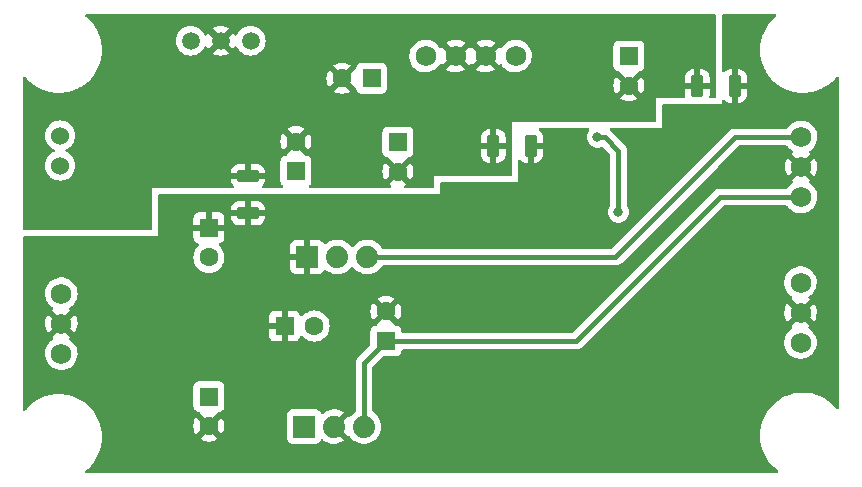
<source format=gbr>
%TF.GenerationSoftware,KiCad,Pcbnew,(6.0.9)*%
%TF.CreationDate,2022-12-07T15:32:04-05:00*%
%TF.ProjectId,CurrentSense_PS,43757272-656e-4745-9365-6e73655f5053,rev?*%
%TF.SameCoordinates,Original*%
%TF.FileFunction,Copper,L2,Bot*%
%TF.FilePolarity,Positive*%
%FSLAX46Y46*%
G04 Gerber Fmt 4.6, Leading zero omitted, Abs format (unit mm)*
G04 Created by KiCad (PCBNEW (6.0.9)) date 2022-12-07 15:32:04*
%MOMM*%
%LPD*%
G01*
G04 APERTURE LIST*
G04 Aperture macros list*
%AMRoundRect*
0 Rectangle with rounded corners*
0 $1 Rounding radius*
0 $2 $3 $4 $5 $6 $7 $8 $9 X,Y pos of 4 corners*
0 Add a 4 corners polygon primitive as box body*
4,1,4,$2,$3,$4,$5,$6,$7,$8,$9,$2,$3,0*
0 Add four circle primitives for the rounded corners*
1,1,$1+$1,$2,$3*
1,1,$1+$1,$4,$5*
1,1,$1+$1,$6,$7*
1,1,$1+$1,$8,$9*
0 Add four rect primitives between the rounded corners*
20,1,$1+$1,$2,$3,$4,$5,0*
20,1,$1+$1,$4,$5,$6,$7,0*
20,1,$1+$1,$6,$7,$8,$9,0*
20,1,$1+$1,$8,$9,$2,$3,0*%
G04 Aperture macros list end*
%TA.AperFunction,ComponentPad*%
%ADD10R,1.600000X1.600000*%
%TD*%
%TA.AperFunction,ComponentPad*%
%ADD11C,1.600000*%
%TD*%
%TA.AperFunction,ComponentPad*%
%ADD12C,1.524000*%
%TD*%
%TA.AperFunction,ComponentPad*%
%ADD13C,1.727200*%
%TD*%
%TA.AperFunction,ComponentPad*%
%ADD14C,1.498600*%
%TD*%
%TA.AperFunction,ComponentPad*%
%ADD15R,1.879600X1.879600*%
%TD*%
%TA.AperFunction,ComponentPad*%
%ADD16C,1.879600*%
%TD*%
%TA.AperFunction,SMDPad,CuDef*%
%ADD17RoundRect,0.250000X-0.700000X0.275000X-0.700000X-0.275000X0.700000X-0.275000X0.700000X0.275000X0*%
%TD*%
%TA.AperFunction,SMDPad,CuDef*%
%ADD18RoundRect,0.250000X-0.275000X-0.700000X0.275000X-0.700000X0.275000X0.700000X-0.275000X0.700000X0*%
%TD*%
%TA.AperFunction,ViaPad*%
%ADD19C,0.800000*%
%TD*%
%TA.AperFunction,Conductor*%
%ADD20C,0.406400*%
%TD*%
G04 APERTURE END LIST*
D10*
%TO.P,C4,1*%
%TO.N,Net-(BR1-Pad1)*%
X74422000Y-93853000D03*
D11*
%TO.P,C4,2*%
%TO.N,GNDA*%
X74422000Y-96353000D03*
%TD*%
D12*
%TO.P,J1,1,1*%
%TO.N,Net-(F1-Pad1)*%
X61823600Y-74295000D03*
%TO.P,J1,2,2*%
%TO.N,Net-(IC1-Pad3)*%
X61823600Y-71755000D03*
%TD*%
D10*
%TO.P,C7,1*%
%TO.N,GNDA*%
X80836888Y-87884000D03*
D11*
%TO.P,C7,2*%
%TO.N,/-15VAA*%
X83336888Y-87884000D03*
%TD*%
D13*
%TO.P,J3,1,1*%
%TO.N,Net-(F2-Pad1)*%
X61925200Y-90220800D03*
%TO.P,J3,2,2*%
%TO.N,GNDA*%
X61925200Y-87680800D03*
%TO.P,J3,3,3*%
%TO.N,Net-(F3-Pad1)*%
X61925200Y-85140800D03*
%TD*%
%TO.P,J4,1,1*%
%TO.N,/-15VAA*%
X124561600Y-71882000D03*
%TO.P,J4,2,2*%
%TO.N,GNDA*%
X124561600Y-74422000D03*
%TO.P,J4,3,3*%
%TO.N,/+15VAA*%
X124561600Y-76962000D03*
%TD*%
D10*
%TO.P,C3,1*%
%TO.N,/+3.3VDD*%
X109982000Y-65024000D03*
D11*
%TO.P,C3,2*%
%TO.N,GNDD*%
X109982000Y-67524000D03*
%TD*%
D10*
%TO.P,C14,1*%
%TO.N,/+5VDD*%
X88188800Y-66903600D03*
D11*
%TO.P,C14,2*%
%TO.N,GNDD*%
X85688800Y-66903600D03*
%TD*%
D10*
%TO.P,C5,1*%
%TO.N,GNDA*%
X74422000Y-79566888D03*
D11*
%TO.P,C5,2*%
%TO.N,Net-(BR1-Pad2)*%
X74422000Y-82066888D03*
%TD*%
D10*
%TO.P,C2,1*%
%TO.N,/+5VDD*%
X90424000Y-72303000D03*
D11*
%TO.P,C2,2*%
%TO.N,GNDD*%
X90424000Y-74803000D03*
%TD*%
D14*
%TO.P,J6,1,1*%
%TO.N,Net-(C1-Pad1)*%
X72872600Y-63729700D03*
%TO.P,J6,2,2*%
%TO.N,GNDD*%
X75412600Y-63729700D03*
%TO.P,J6,3,3*%
%TO.N,/+5VDD*%
X77952600Y-63729700D03*
%TD*%
D13*
%TO.P,J5,1,1*%
%TO.N,/-5VAA*%
X124511000Y-84201000D03*
%TO.P,J5,2,2*%
%TO.N,GNDA*%
X124511000Y-86741000D03*
%TO.P,J5,3,3*%
%TO.N,/+5VAA*%
X124511000Y-89281000D03*
%TD*%
D15*
%TO.P,U3,1,GND*%
%TO.N,GNDA*%
X82732600Y-82042000D03*
D16*
%TO.P,U3,2,IN*%
%TO.N,Net-(BR1-Pad2)*%
X85272600Y-82042000D03*
%TO.P,U3,3,OUT*%
%TO.N,/-15VAA*%
X87812600Y-82042000D03*
%TD*%
D15*
%TO.P,U2,1,IN*%
%TO.N,Net-(BR1-Pad1)*%
X82478600Y-96393000D03*
D16*
%TO.P,U2,2,GND*%
%TO.N,GNDA*%
X85018600Y-96393000D03*
%TO.P,U2,3,OUT*%
%TO.N,/+15VAA*%
X87558600Y-96393000D03*
%TD*%
D10*
%TO.P,C6,1*%
%TO.N,/+15VAA*%
X89408000Y-89154000D03*
D11*
%TO.P,C6,2*%
%TO.N,GNDA*%
X89408000Y-86654000D03*
%TD*%
D10*
%TO.P,C1,1*%
%TO.N,Net-(C1-Pad1)*%
X81788000Y-74778112D03*
D11*
%TO.P,C1,2*%
%TO.N,GNDD*%
X81788000Y-72278112D03*
%TD*%
D13*
%TO.P,J2,1,1*%
%TO.N,/+5VDD*%
X92760800Y-65024000D03*
%TO.P,J2,2,2*%
%TO.N,GNDD*%
X95300800Y-65024000D03*
%TO.P,J2,3,3*%
X97840800Y-65024000D03*
%TO.P,J2,4,4*%
%TO.N,/+3.3VDD*%
X100380800Y-65024000D03*
%TD*%
D17*
%TO.P,L6,1,1*%
%TO.N,GNDD*%
X77724000Y-75184000D03*
%TO.P,L6,2,2*%
%TO.N,GNDA*%
X77724000Y-78334000D03*
%TD*%
D18*
%TO.P,L5,1,1*%
%TO.N,GNDD*%
X115773000Y-67564000D03*
%TO.P,L5,2,2*%
%TO.N,GNDA*%
X118923000Y-67564000D03*
%TD*%
%TO.P,L4,1,1*%
%TO.N,GNDD*%
X98501000Y-72644000D03*
%TO.P,L4,2,2*%
%TO.N,GNDA*%
X101651000Y-72644000D03*
%TD*%
D19*
%TO.N,GNDD*%
X72898000Y-67564000D03*
X96621600Y-67665600D03*
X67564000Y-62484000D03*
X83820000Y-69596000D03*
X114300000Y-63500000D03*
X76200000Y-73152000D03*
X67564000Y-65024000D03*
X92964000Y-69596000D03*
X73660000Y-73152000D03*
X64516000Y-73152000D03*
X67564000Y-68072000D03*
X96621600Y-62484000D03*
X86868000Y-71120000D03*
X67564000Y-73660000D03*
X61976000Y-69088000D03*
X94488000Y-72644000D03*
%TO.N,GNDA*%
X127000000Y-71120000D03*
X84328000Y-91948000D03*
X89916000Y-79248000D03*
X120396000Y-63500000D03*
X60452000Y-92964000D03*
X127000000Y-77724000D03*
X119380000Y-87884000D03*
X64897000Y-86106000D03*
X115824000Y-81788000D03*
X94488000Y-86868000D03*
X77724000Y-87884000D03*
X98044000Y-86868000D03*
X114808000Y-78232000D03*
X112776000Y-85344000D03*
X85852000Y-89408000D03*
X91440000Y-92456000D03*
X78232000Y-80264000D03*
X77724000Y-90424000D03*
X127000000Y-89916000D03*
X59944000Y-83312000D03*
X115824000Y-86868000D03*
X127000000Y-83312000D03*
X93472000Y-99060000D03*
X119380000Y-85852000D03*
X98552000Y-99060000D03*
X119888000Y-74168000D03*
X109220000Y-83312000D03*
X102616000Y-99060000D03*
X70612000Y-81280000D03*
X118872000Y-97536000D03*
X77724000Y-98552000D03*
X67056000Y-97536000D03*
X102616000Y-86868000D03*
X115316000Y-94996000D03*
%TO.N,/-5VAA*%
X107315000Y-71882000D03*
X109093000Y-78232000D03*
%TD*%
D20*
%TO.N,/+15VAA*%
X87558600Y-91003400D02*
X87558600Y-96393000D01*
X117729000Y-76962000D02*
X105537000Y-89154000D01*
X89408000Y-89154000D02*
X87558600Y-91003400D01*
X124561600Y-76962000D02*
X117729000Y-76962000D01*
X105537000Y-89154000D02*
X89408000Y-89154000D01*
%TO.N,/-15VAA*%
X118999000Y-71882000D02*
X108839000Y-82042000D01*
X108839000Y-82042000D02*
X87812600Y-82042000D01*
X124561600Y-71882000D02*
X118999000Y-71882000D01*
%TO.N,/-5VAA*%
X107315000Y-71882000D02*
X107950000Y-71882000D01*
X109093000Y-73025000D02*
X109093000Y-78232000D01*
X107950000Y-71882000D02*
X109093000Y-73025000D01*
%TD*%
%TA.AperFunction,Conductor*%
%TO.N,GNDA*%
G36*
X122417558Y-61488502D02*
G01*
X122464051Y-61542158D01*
X122474155Y-61612432D01*
X122444661Y-61677012D01*
X122428731Y-61692420D01*
X122341055Y-61763419D01*
X122280047Y-61812822D01*
X122010822Y-62082047D01*
X122008737Y-62084622D01*
X121773295Y-62375368D01*
X121773288Y-62375377D01*
X121771213Y-62377940D01*
X121563846Y-62697257D01*
X121390992Y-63036502D01*
X121389808Y-63039587D01*
X121269579Y-63352794D01*
X121254546Y-63391955D01*
X121156003Y-63759724D01*
X121140286Y-63858960D01*
X121099654Y-64115500D01*
X121096442Y-64135779D01*
X121076515Y-64516000D01*
X121096442Y-64896221D01*
X121156003Y-65272276D01*
X121254546Y-65640045D01*
X121390992Y-65995498D01*
X121392490Y-65998438D01*
X121559262Y-66325745D01*
X121563846Y-66334742D01*
X121565642Y-66337508D01*
X121565644Y-66337511D01*
X121608152Y-66402967D01*
X121771213Y-66654060D01*
X122010822Y-66949953D01*
X122280047Y-67219178D01*
X122575940Y-67458787D01*
X122895258Y-67666154D01*
X122898192Y-67667649D01*
X122898199Y-67667653D01*
X123196551Y-67819671D01*
X123234502Y-67839008D01*
X123589955Y-67975454D01*
X123957724Y-68073997D01*
X124157608Y-68105655D01*
X124330531Y-68133044D01*
X124330539Y-68133045D01*
X124333779Y-68133558D01*
X124618883Y-68148500D01*
X124809117Y-68148500D01*
X125094221Y-68133558D01*
X125097461Y-68133045D01*
X125097469Y-68133044D01*
X125270392Y-68105655D01*
X125470276Y-68073997D01*
X125838045Y-67975454D01*
X126193498Y-67839008D01*
X126231449Y-67819671D01*
X126529801Y-67667653D01*
X126529808Y-67667649D01*
X126532742Y-67666154D01*
X126852060Y-67458787D01*
X127147953Y-67219178D01*
X127417178Y-66949953D01*
X127524918Y-66816905D01*
X127537580Y-66801269D01*
X127595994Y-66760917D01*
X127666951Y-66758551D01*
X127727923Y-66794924D01*
X127759551Y-66858487D01*
X127761500Y-66880563D01*
X127761500Y-94790437D01*
X127741498Y-94858558D01*
X127687842Y-94905051D01*
X127617568Y-94915155D01*
X127552988Y-94885661D01*
X127537580Y-94869731D01*
X127419263Y-94723622D01*
X127417178Y-94721047D01*
X127147953Y-94451822D01*
X126852060Y-94212213D01*
X126532742Y-94004846D01*
X126529808Y-94003351D01*
X126529801Y-94003347D01*
X126196438Y-93833490D01*
X126193498Y-93831992D01*
X125838045Y-93695546D01*
X125470276Y-93597003D01*
X125270392Y-93565345D01*
X125097469Y-93537956D01*
X125097461Y-93537955D01*
X125094221Y-93537442D01*
X124809117Y-93522500D01*
X124618883Y-93522500D01*
X124333779Y-93537442D01*
X124330539Y-93537955D01*
X124330531Y-93537956D01*
X124157608Y-93565345D01*
X123957724Y-93597003D01*
X123589955Y-93695546D01*
X123234502Y-93831992D01*
X123231562Y-93833490D01*
X122898199Y-94003347D01*
X122898192Y-94003351D01*
X122895258Y-94004846D01*
X122575940Y-94212213D01*
X122280047Y-94451822D01*
X122010822Y-94721047D01*
X122008737Y-94723622D01*
X121773295Y-95014368D01*
X121773288Y-95014377D01*
X121771213Y-95016940D01*
X121563846Y-95336257D01*
X121390992Y-95675502D01*
X121254546Y-96030955D01*
X121156003Y-96398724D01*
X121135888Y-96525724D01*
X121104323Y-96725022D01*
X121096442Y-96774779D01*
X121076515Y-97155000D01*
X121096442Y-97535221D01*
X121096955Y-97538461D01*
X121096956Y-97538469D01*
X121113770Y-97644625D01*
X121156003Y-97911276D01*
X121254546Y-98279045D01*
X121390992Y-98634498D01*
X121563846Y-98973742D01*
X121771213Y-99293060D01*
X122010822Y-99588953D01*
X122280047Y-99858178D01*
X122575940Y-100097787D01*
X122578715Y-100099589D01*
X122581382Y-100101527D01*
X122580319Y-100102989D01*
X122622084Y-100151360D01*
X122632064Y-100221652D01*
X122602456Y-100286181D01*
X122542663Y-100324459D01*
X122507378Y-100329500D01*
X64086563Y-100329500D01*
X64018442Y-100309498D01*
X63971949Y-100255842D01*
X63961845Y-100185568D01*
X63991339Y-100120988D01*
X64007269Y-100105580D01*
X64153378Y-99987263D01*
X64155953Y-99985178D01*
X64425178Y-99715953D01*
X64526122Y-99591297D01*
X64662705Y-99422632D01*
X64662712Y-99422623D01*
X64664787Y-99420060D01*
X64872154Y-99100743D01*
X65045008Y-98761498D01*
X65181454Y-98406045D01*
X65279997Y-98038276D01*
X65315674Y-97813022D01*
X65339044Y-97665469D01*
X65339045Y-97665461D01*
X65339558Y-97662221D01*
X65351254Y-97439062D01*
X73700493Y-97439062D01*
X73709789Y-97451077D01*
X73760994Y-97486931D01*
X73770489Y-97492414D01*
X73967947Y-97584490D01*
X73978239Y-97588236D01*
X74188688Y-97644625D01*
X74199481Y-97646528D01*
X74416525Y-97665517D01*
X74427475Y-97665517D01*
X74644519Y-97646528D01*
X74655312Y-97644625D01*
X74865761Y-97588236D01*
X74876053Y-97584490D01*
X75073511Y-97492414D01*
X75083006Y-97486931D01*
X75135048Y-97450491D01*
X75143424Y-97440012D01*
X75136356Y-97426566D01*
X75090724Y-97380934D01*
X81030300Y-97380934D01*
X81037055Y-97443116D01*
X81088185Y-97579505D01*
X81175539Y-97696061D01*
X81292095Y-97783415D01*
X81428484Y-97834545D01*
X81490666Y-97841300D01*
X83466534Y-97841300D01*
X83528716Y-97834545D01*
X83665105Y-97783415D01*
X83781661Y-97696061D01*
X83869015Y-97579505D01*
X83880908Y-97547781D01*
X83923550Y-97491016D01*
X83990112Y-97466317D01*
X84059460Y-97481525D01*
X84079375Y-97495067D01*
X84181356Y-97579733D01*
X84189787Y-97585638D01*
X84386424Y-97700543D01*
X84395707Y-97704990D01*
X84608461Y-97786233D01*
X84618363Y-97789110D01*
X84841511Y-97834510D01*
X84851763Y-97835733D01*
X85079338Y-97844077D01*
X85089624Y-97843610D01*
X85315515Y-97814673D01*
X85325601Y-97812530D01*
X85543728Y-97747088D01*
X85553323Y-97743328D01*
X85757837Y-97643137D01*
X85766683Y-97637863D01*
X85832231Y-97591108D01*
X85840632Y-97580408D01*
X85833644Y-97567255D01*
X84748485Y-96482095D01*
X84714459Y-96419783D01*
X84716294Y-96394132D01*
X85383008Y-96394132D01*
X85383139Y-96395966D01*
X85387390Y-96402580D01*
X86193426Y-97208615D01*
X86206696Y-97215861D01*
X86268605Y-97192078D01*
X86338123Y-97206490D01*
X86380499Y-97243245D01*
X86383174Y-97246899D01*
X86385874Y-97251306D01*
X86541804Y-97431317D01*
X86725042Y-97583444D01*
X86729494Y-97586046D01*
X86729499Y-97586049D01*
X86859852Y-97662221D01*
X86930665Y-97703601D01*
X87153152Y-97788560D01*
X87158218Y-97789591D01*
X87158219Y-97789591D01*
X87212556Y-97800646D01*
X87386528Y-97836041D01*
X87519884Y-97840931D01*
X87619360Y-97844579D01*
X87619364Y-97844579D01*
X87624524Y-97844768D01*
X87629644Y-97844112D01*
X87629646Y-97844112D01*
X87855623Y-97815164D01*
X87855624Y-97815164D01*
X87860751Y-97814507D01*
X87945403Y-97789110D01*
X88083916Y-97747554D01*
X88083917Y-97747553D01*
X88088862Y-97746070D01*
X88302733Y-97641295D01*
X88306936Y-97638297D01*
X88306941Y-97638294D01*
X88492416Y-97505996D01*
X88492418Y-97505994D01*
X88496620Y-97502997D01*
X88665316Y-97334889D01*
X88804290Y-97141486D01*
X88837394Y-97074507D01*
X88907517Y-96932624D01*
X88907518Y-96932622D01*
X88909811Y-96927982D01*
X88971475Y-96725022D01*
X88977541Y-96705055D01*
X88977541Y-96705054D01*
X88979043Y-96700111D01*
X88995446Y-96575519D01*
X89009692Y-96467313D01*
X89009692Y-96467309D01*
X89010129Y-96463992D01*
X89010211Y-96460640D01*
X89011782Y-96396365D01*
X89011782Y-96396361D01*
X89011864Y-96393000D01*
X88992350Y-96155644D01*
X88934331Y-95924663D01*
X88839367Y-95706259D01*
X88836282Y-95701489D01*
X88761432Y-95585790D01*
X88710006Y-95506298D01*
X88549724Y-95330150D01*
X88545673Y-95326951D01*
X88545669Y-95326947D01*
X88366878Y-95185747D01*
X88366873Y-95185744D01*
X88362824Y-95182546D01*
X88358305Y-95180052D01*
X88358300Y-95180048D01*
X88335405Y-95167409D01*
X88285435Y-95116975D01*
X88270300Y-95057101D01*
X88270300Y-91350386D01*
X88290302Y-91282265D01*
X88307205Y-91261290D01*
X89069092Y-90499404D01*
X89131404Y-90465379D01*
X89158187Y-90462500D01*
X90256134Y-90462500D01*
X90318316Y-90455745D01*
X90454705Y-90404615D01*
X90571261Y-90317261D01*
X90658615Y-90200705D01*
X90709745Y-90064316D01*
X90716500Y-90002134D01*
X90716500Y-89991700D01*
X90736502Y-89923579D01*
X90790158Y-89877086D01*
X90842500Y-89865700D01*
X105507970Y-89865700D01*
X105516540Y-89865992D01*
X105566946Y-89869429D01*
X105566950Y-89869429D01*
X105574521Y-89869945D01*
X105581997Y-89868640D01*
X105582000Y-89868640D01*
X105637783Y-89858904D01*
X105644308Y-89857941D01*
X105700467Y-89851145D01*
X105700468Y-89851145D01*
X105708011Y-89850232D01*
X105715119Y-89847546D01*
X105717419Y-89846981D01*
X105734480Y-89842314D01*
X105736734Y-89841634D01*
X105744215Y-89840328D01*
X105803005Y-89814521D01*
X105809102Y-89812033D01*
X105862047Y-89792027D01*
X105862050Y-89792026D01*
X105869149Y-89789343D01*
X105875404Y-89785044D01*
X105877495Y-89783951D01*
X105892957Y-89775345D01*
X105894991Y-89774142D01*
X105901946Y-89771089D01*
X105907971Y-89766466D01*
X105907976Y-89766463D01*
X105952874Y-89732012D01*
X105958209Y-89728136D01*
X106004847Y-89696082D01*
X106004853Y-89696077D01*
X106011112Y-89691775D01*
X106052764Y-89645026D01*
X106057744Y-89639751D01*
X106450133Y-89247362D01*
X123134609Y-89247362D01*
X123134906Y-89252514D01*
X123134906Y-89252518D01*
X123140562Y-89350613D01*
X123147597Y-89472614D01*
X123148734Y-89477660D01*
X123148735Y-89477666D01*
X123169587Y-89570191D01*
X123197200Y-89692720D01*
X123199142Y-89697502D01*
X123199143Y-89697506D01*
X123272063Y-89877086D01*
X123282086Y-89901769D01*
X123284785Y-89906173D01*
X123386229Y-90071715D01*
X123399975Y-90094147D01*
X123547702Y-90264687D01*
X123721299Y-90408810D01*
X123725751Y-90411412D01*
X123725756Y-90411415D01*
X123909335Y-90518690D01*
X123916103Y-90522645D01*
X124126884Y-90603134D01*
X124131952Y-90604165D01*
X124131955Y-90604166D01*
X124239440Y-90626034D01*
X124347981Y-90648117D01*
X124353156Y-90648307D01*
X124353158Y-90648307D01*
X124568292Y-90656196D01*
X124568296Y-90656196D01*
X124573456Y-90656385D01*
X124578576Y-90655729D01*
X124578578Y-90655729D01*
X124647985Y-90646838D01*
X124797253Y-90627716D01*
X124802202Y-90626231D01*
X124802208Y-90626230D01*
X125008413Y-90564365D01*
X125008412Y-90564365D01*
X125013363Y-90562880D01*
X125142934Y-90499404D01*
X125211331Y-90465897D01*
X125211336Y-90465894D01*
X125215982Y-90463618D01*
X125220192Y-90460615D01*
X125220197Y-90460612D01*
X125395455Y-90335601D01*
X125395459Y-90335597D01*
X125399667Y-90332596D01*
X125559487Y-90173333D01*
X125691150Y-89990105D01*
X125756273Y-89858339D01*
X125788824Y-89792477D01*
X125788825Y-89792475D01*
X125791118Y-89787835D01*
X125856708Y-89571952D01*
X125869786Y-89472614D01*
X125885721Y-89351578D01*
X125885722Y-89351572D01*
X125886158Y-89348256D01*
X125887802Y-89281000D01*
X125869315Y-89056132D01*
X125814349Y-88837304D01*
X125724380Y-88630391D01*
X125683973Y-88567931D01*
X125604634Y-88445291D01*
X125604632Y-88445288D01*
X125601826Y-88440951D01*
X125449977Y-88274071D01*
X125445926Y-88270872D01*
X125445922Y-88270868D01*
X125276966Y-88137434D01*
X125276962Y-88137432D01*
X125272911Y-88134232D01*
X125268387Y-88131734D01*
X125268383Y-88131732D01*
X125249049Y-88121059D01*
X125199079Y-88070627D01*
X125184307Y-88001184D01*
X125209423Y-87934779D01*
X125236774Y-87908173D01*
X125269998Y-87884474D01*
X125278399Y-87873774D01*
X125271411Y-87860621D01*
X124523812Y-87113022D01*
X124509868Y-87105408D01*
X124508035Y-87105539D01*
X124501420Y-87109790D01*
X123747794Y-87863416D01*
X123741034Y-87875796D01*
X123746316Y-87882851D01*
X123775545Y-87899932D01*
X123824269Y-87951571D01*
X123837339Y-88021354D01*
X123810607Y-88087125D01*
X123779932Y-88114608D01*
X123777335Y-88115960D01*
X123773202Y-88119063D01*
X123773199Y-88119065D01*
X123601040Y-88248325D01*
X123596905Y-88251430D01*
X123441024Y-88414550D01*
X123313878Y-88600940D01*
X123311704Y-88605624D01*
X123311702Y-88605627D01*
X123221282Y-88800421D01*
X123218881Y-88805593D01*
X123158585Y-89023013D01*
X123134609Y-89247362D01*
X106450133Y-89247362D01*
X108984965Y-86712530D01*
X123135407Y-86712530D01*
X123147795Y-86927375D01*
X123149231Y-86937596D01*
X123196542Y-87147528D01*
X123199621Y-87157356D01*
X123280586Y-87356748D01*
X123285239Y-87365959D01*
X123367569Y-87500308D01*
X123378027Y-87509770D01*
X123386803Y-87505987D01*
X124138978Y-86753812D01*
X124145356Y-86742132D01*
X124875408Y-86742132D01*
X124875539Y-86743965D01*
X124879790Y-86750580D01*
X125631219Y-87502009D01*
X125643230Y-87508568D01*
X125654969Y-87499600D01*
X125687699Y-87454050D01*
X125693014Y-87445205D01*
X125788358Y-87252292D01*
X125792156Y-87242699D01*
X125854715Y-87036793D01*
X125856893Y-87026720D01*
X125885221Y-86811550D01*
X125885740Y-86804882D01*
X125887219Y-86744365D01*
X125887025Y-86737646D01*
X125869244Y-86521375D01*
X125867559Y-86511195D01*
X125815133Y-86302477D01*
X125811813Y-86292726D01*
X125725999Y-86095365D01*
X125721133Y-86086290D01*
X125653899Y-85982364D01*
X125643212Y-85973160D01*
X125633647Y-85977563D01*
X124883022Y-86728188D01*
X124875408Y-86742132D01*
X124145356Y-86742132D01*
X124146592Y-86739868D01*
X124146461Y-86738035D01*
X124142210Y-86731420D01*
X123391062Y-85980272D01*
X123379526Y-85973972D01*
X123367243Y-85983595D01*
X123317225Y-86056918D01*
X123312137Y-86065874D01*
X123221530Y-86261071D01*
X123217967Y-86270758D01*
X123160459Y-86478124D01*
X123158528Y-86488244D01*
X123135659Y-86702241D01*
X123135407Y-86712530D01*
X108984965Y-86712530D01*
X111530133Y-84167362D01*
X123134609Y-84167362D01*
X123134906Y-84172514D01*
X123134906Y-84172518D01*
X123140562Y-84270613D01*
X123147597Y-84392614D01*
X123148734Y-84397660D01*
X123148735Y-84397666D01*
X123169587Y-84490191D01*
X123197200Y-84612720D01*
X123199142Y-84617502D01*
X123199143Y-84617506D01*
X123235822Y-84707835D01*
X123282086Y-84821769D01*
X123399975Y-85014147D01*
X123547702Y-85184687D01*
X123721299Y-85328810D01*
X123725751Y-85331412D01*
X123725756Y-85331415D01*
X123775555Y-85360515D01*
X123824278Y-85412154D01*
X123837349Y-85481937D01*
X123810617Y-85547709D01*
X123779128Y-85575922D01*
X123773471Y-85579484D01*
X123750960Y-85596386D01*
X123742507Y-85607711D01*
X123749251Y-85620041D01*
X124498188Y-86368978D01*
X124512132Y-86376592D01*
X124513965Y-86376461D01*
X124520580Y-86372210D01*
X125274073Y-85618717D01*
X125281093Y-85605861D01*
X125273916Y-85596011D01*
X125268105Y-85592151D01*
X125249082Y-85581649D01*
X125199111Y-85531216D01*
X125184340Y-85461773D01*
X125209457Y-85395368D01*
X125236801Y-85368768D01*
X125399667Y-85252596D01*
X125559487Y-85093333D01*
X125691150Y-84910105D01*
X125791118Y-84707835D01*
X125856708Y-84491952D01*
X125886158Y-84268256D01*
X125887802Y-84201000D01*
X125869315Y-83976132D01*
X125814349Y-83757304D01*
X125724380Y-83550391D01*
X125667212Y-83462022D01*
X125604634Y-83365291D01*
X125604632Y-83365288D01*
X125601826Y-83360951D01*
X125449977Y-83194071D01*
X125445926Y-83190872D01*
X125445922Y-83190868D01*
X125276966Y-83057434D01*
X125276962Y-83057432D01*
X125272911Y-83054232D01*
X125075383Y-82945191D01*
X124862698Y-82869876D01*
X124802540Y-82859160D01*
X124645657Y-82831214D01*
X124645653Y-82831214D01*
X124640569Y-82830308D01*
X124568574Y-82829429D01*
X124420129Y-82827615D01*
X124420127Y-82827615D01*
X124414959Y-82827552D01*
X124191929Y-82861680D01*
X123977468Y-82931777D01*
X123777335Y-83035960D01*
X123773202Y-83039063D01*
X123773199Y-83039065D01*
X123622787Y-83151997D01*
X123596905Y-83171430D01*
X123441024Y-83334550D01*
X123313878Y-83520940D01*
X123311704Y-83525624D01*
X123311702Y-83525627D01*
X123302226Y-83546043D01*
X123218881Y-83725593D01*
X123158585Y-83943013D01*
X123134609Y-84167362D01*
X111530133Y-84167362D01*
X117986891Y-77710605D01*
X118049203Y-77676579D01*
X118075986Y-77673700D01*
X123317844Y-77673700D01*
X123385965Y-77693702D01*
X123425276Y-77733865D01*
X123447873Y-77770739D01*
X123447878Y-77770745D01*
X123450575Y-77775147D01*
X123598302Y-77945687D01*
X123771899Y-78089810D01*
X123776351Y-78092412D01*
X123776356Y-78092415D01*
X123865691Y-78144618D01*
X123966703Y-78203645D01*
X124177484Y-78284134D01*
X124182552Y-78285165D01*
X124182555Y-78285166D01*
X124291004Y-78307230D01*
X124398581Y-78329117D01*
X124403756Y-78329307D01*
X124403758Y-78329307D01*
X124618892Y-78337196D01*
X124618896Y-78337196D01*
X124624056Y-78337385D01*
X124629176Y-78336729D01*
X124629178Y-78336729D01*
X124698585Y-78327838D01*
X124847853Y-78308716D01*
X124852802Y-78307231D01*
X124852808Y-78307230D01*
X125059013Y-78245365D01*
X125059012Y-78245365D01*
X125063963Y-78243880D01*
X125159019Y-78197312D01*
X125261931Y-78146897D01*
X125261936Y-78146894D01*
X125266582Y-78144618D01*
X125270792Y-78141615D01*
X125270797Y-78141612D01*
X125446055Y-78016601D01*
X125446059Y-78016597D01*
X125450267Y-78013596D01*
X125610087Y-77854333D01*
X125741750Y-77671105D01*
X125841718Y-77468835D01*
X125907308Y-77252952D01*
X125936758Y-77029256D01*
X125938402Y-76962000D01*
X125919915Y-76737132D01*
X125864949Y-76518304D01*
X125774980Y-76311391D01*
X125671293Y-76151115D01*
X125655234Y-76126291D01*
X125655232Y-76126288D01*
X125652426Y-76121951D01*
X125500577Y-75955071D01*
X125496526Y-75951872D01*
X125496522Y-75951868D01*
X125327566Y-75818434D01*
X125327562Y-75818432D01*
X125323511Y-75815232D01*
X125318987Y-75812734D01*
X125318983Y-75812732D01*
X125299649Y-75802059D01*
X125249679Y-75751627D01*
X125234907Y-75682184D01*
X125260023Y-75615779D01*
X125287374Y-75589173D01*
X125320598Y-75565474D01*
X125328999Y-75554774D01*
X125322011Y-75541621D01*
X124574412Y-74794022D01*
X124560468Y-74786408D01*
X124558635Y-74786539D01*
X124552020Y-74790790D01*
X123798394Y-75544416D01*
X123791634Y-75556796D01*
X123796916Y-75563851D01*
X123826145Y-75580932D01*
X123874869Y-75632571D01*
X123887939Y-75702354D01*
X123861207Y-75768125D01*
X123830532Y-75795608D01*
X123827935Y-75796960D01*
X123823802Y-75800063D01*
X123823799Y-75800065D01*
X123651640Y-75929325D01*
X123647505Y-75932430D01*
X123643933Y-75936168D01*
X123506621Y-76079857D01*
X123491624Y-76095550D01*
X123423575Y-76195307D01*
X123368666Y-76240307D01*
X123319489Y-76250300D01*
X117758030Y-76250300D01*
X117749460Y-76250008D01*
X117699054Y-76246571D01*
X117699050Y-76246571D01*
X117691479Y-76246055D01*
X117684003Y-76247360D01*
X117684000Y-76247360D01*
X117628217Y-76257096D01*
X117621692Y-76258059D01*
X117565533Y-76264855D01*
X117565532Y-76264855D01*
X117557989Y-76265768D01*
X117550881Y-76268454D01*
X117548581Y-76269019D01*
X117531520Y-76273686D01*
X117529266Y-76274367D01*
X117521785Y-76275672D01*
X117514833Y-76278724D01*
X117514829Y-76278725D01*
X117463003Y-76301476D01*
X117456899Y-76303967D01*
X117396851Y-76326657D01*
X117390595Y-76330957D01*
X117388511Y-76332046D01*
X117373048Y-76340653D01*
X117371012Y-76341857D01*
X117364055Y-76344911D01*
X117313104Y-76384007D01*
X117307796Y-76387863D01*
X117261149Y-76419921D01*
X117261144Y-76419926D01*
X117254888Y-76424225D01*
X117249836Y-76429895D01*
X117249835Y-76429896D01*
X117213245Y-76470964D01*
X117208264Y-76476240D01*
X105279109Y-88405395D01*
X105216797Y-88439421D01*
X105190014Y-88442300D01*
X90842500Y-88442300D01*
X90774379Y-88422298D01*
X90727886Y-88368642D01*
X90716500Y-88316300D01*
X90716500Y-88305866D01*
X90709745Y-88243684D01*
X90658615Y-88107295D01*
X90571261Y-87990739D01*
X90454705Y-87903385D01*
X90318316Y-87852255D01*
X90274748Y-87847522D01*
X90259514Y-87845867D01*
X90259511Y-87845867D01*
X90256134Y-87845500D01*
X90252815Y-87845500D01*
X90185890Y-87821847D01*
X90150196Y-87775844D01*
X90148266Y-87776859D01*
X90142558Y-87766000D01*
X90142368Y-87765755D01*
X90142347Y-87765597D01*
X90122356Y-87727566D01*
X89420812Y-87026022D01*
X89406868Y-87018408D01*
X89405035Y-87018539D01*
X89398420Y-87022790D01*
X88692923Y-87728287D01*
X88670129Y-87770029D01*
X88667953Y-87780029D01*
X88617747Y-87830227D01*
X88564186Y-87845451D01*
X88563281Y-87845500D01*
X88559866Y-87845500D01*
X88556470Y-87845869D01*
X88556468Y-87845869D01*
X88544121Y-87847210D01*
X88497684Y-87852255D01*
X88361295Y-87903385D01*
X88244739Y-87990739D01*
X88157385Y-88107295D01*
X88106255Y-88243684D01*
X88099500Y-88305866D01*
X88099500Y-89403814D01*
X88079498Y-89471935D01*
X88062595Y-89492909D01*
X87075884Y-90479620D01*
X87069618Y-90485474D01*
X87039495Y-90511752D01*
X87025819Y-90523682D01*
X87021453Y-90529895D01*
X86988909Y-90576201D01*
X86984975Y-90581498D01*
X86950054Y-90626034D01*
X86950050Y-90626040D01*
X86945367Y-90632013D01*
X86942242Y-90638934D01*
X86941028Y-90640939D01*
X86932259Y-90656312D01*
X86931141Y-90658396D01*
X86926770Y-90664616D01*
X86924010Y-90671695D01*
X86924009Y-90671697D01*
X86903452Y-90724424D01*
X86900900Y-90730497D01*
X86874480Y-90789009D01*
X86873096Y-90796477D01*
X86872388Y-90798736D01*
X86867551Y-90815718D01*
X86866958Y-90818027D01*
X86864197Y-90825108D01*
X86863206Y-90832637D01*
X86863205Y-90832640D01*
X86855817Y-90888756D01*
X86854785Y-90895270D01*
X86844472Y-90950915D01*
X86843088Y-90958383D01*
X86843525Y-90965963D01*
X86843525Y-90965964D01*
X86846691Y-91020870D01*
X86846900Y-91028123D01*
X86846900Y-95054712D01*
X86826898Y-95122833D01*
X86788215Y-95161163D01*
X86784190Y-95163258D01*
X86780060Y-95166359D01*
X86780055Y-95166362D01*
X86599487Y-95301937D01*
X86593740Y-95306252D01*
X86429202Y-95478431D01*
X86386664Y-95540790D01*
X86331755Y-95585790D01*
X86261231Y-95593961D01*
X86209540Y-95569588D01*
X86207540Y-95569307D01*
X86196355Y-95574456D01*
X85390621Y-96380189D01*
X85383008Y-96394132D01*
X84716294Y-96394132D01*
X84719524Y-96348967D01*
X84748485Y-96303905D01*
X85018600Y-96033790D01*
X85835927Y-95216462D01*
X85842948Y-95203606D01*
X85835175Y-95192938D01*
X85826604Y-95186169D01*
X85818017Y-95180464D01*
X85618655Y-95070410D01*
X85609243Y-95066180D01*
X85394571Y-94990160D01*
X85384614Y-94987530D01*
X85160405Y-94947591D01*
X85150154Y-94946622D01*
X84922430Y-94943840D01*
X84912146Y-94944560D01*
X84687037Y-94979006D01*
X84677010Y-94981395D01*
X84460551Y-95052144D01*
X84451042Y-95056141D01*
X84249038Y-95161299D01*
X84240332Y-95166781D01*
X84073521Y-95292025D01*
X84007036Y-95316930D01*
X83937640Y-95301937D01*
X83887367Y-95251807D01*
X83879886Y-95235493D01*
X83872168Y-95214905D01*
X83872167Y-95214903D01*
X83869015Y-95206495D01*
X83781661Y-95089939D01*
X83665105Y-95002585D01*
X83528716Y-94951455D01*
X83466534Y-94944700D01*
X81490666Y-94944700D01*
X81428484Y-94951455D01*
X81292095Y-95002585D01*
X81175539Y-95089939D01*
X81088185Y-95206495D01*
X81037055Y-95342884D01*
X81030300Y-95405066D01*
X81030300Y-97380934D01*
X75090724Y-97380934D01*
X74434812Y-96725022D01*
X74420868Y-96717408D01*
X74419035Y-96717539D01*
X74412420Y-96721790D01*
X73706923Y-97427287D01*
X73700493Y-97439062D01*
X65351254Y-97439062D01*
X65359485Y-97282000D01*
X65339558Y-96901779D01*
X65279997Y-96525724D01*
X65235183Y-96358475D01*
X73109483Y-96358475D01*
X73128472Y-96575519D01*
X73130375Y-96586312D01*
X73186764Y-96796761D01*
X73190510Y-96807053D01*
X73282586Y-97004511D01*
X73288069Y-97014006D01*
X73324509Y-97066048D01*
X73334988Y-97074424D01*
X73348434Y-97067356D01*
X74049978Y-96365812D01*
X74056356Y-96354132D01*
X74786408Y-96354132D01*
X74786539Y-96355965D01*
X74790790Y-96362580D01*
X75496287Y-97068077D01*
X75508062Y-97074507D01*
X75520077Y-97065211D01*
X75555931Y-97014006D01*
X75561414Y-97004511D01*
X75653490Y-96807053D01*
X75657236Y-96796761D01*
X75713625Y-96586312D01*
X75715528Y-96575519D01*
X75734517Y-96358475D01*
X75734517Y-96347525D01*
X75715528Y-96130481D01*
X75713625Y-96119688D01*
X75657236Y-95909239D01*
X75653490Y-95898947D01*
X75561414Y-95701489D01*
X75555931Y-95691994D01*
X75519491Y-95639952D01*
X75509012Y-95631576D01*
X75495566Y-95638644D01*
X74794022Y-96340188D01*
X74786408Y-96354132D01*
X74056356Y-96354132D01*
X74057592Y-96351868D01*
X74057461Y-96350035D01*
X74053210Y-96343420D01*
X73347713Y-95637923D01*
X73335938Y-95631493D01*
X73323923Y-95640789D01*
X73288069Y-95691994D01*
X73282586Y-95701489D01*
X73190510Y-95898947D01*
X73186764Y-95909239D01*
X73130375Y-96119688D01*
X73128472Y-96130481D01*
X73109483Y-96347525D01*
X73109483Y-96358475D01*
X65235183Y-96358475D01*
X65181454Y-96157955D01*
X65045008Y-95802502D01*
X64962611Y-95640789D01*
X64873653Y-95466199D01*
X64873649Y-95466192D01*
X64872154Y-95463258D01*
X64793983Y-95342884D01*
X64676222Y-95161549D01*
X64664787Y-95143940D01*
X64425178Y-94848047D01*
X64278265Y-94701134D01*
X73113500Y-94701134D01*
X73120255Y-94763316D01*
X73171385Y-94899705D01*
X73258739Y-95016261D01*
X73375295Y-95103615D01*
X73511684Y-95154745D01*
X73555252Y-95159478D01*
X73570486Y-95161133D01*
X73570489Y-95161133D01*
X73573866Y-95161500D01*
X73577185Y-95161500D01*
X73644110Y-95185153D01*
X73679804Y-95231156D01*
X73681734Y-95230141D01*
X73687442Y-95241000D01*
X73687632Y-95241245D01*
X73687653Y-95241403D01*
X73707644Y-95279434D01*
X74409188Y-95980978D01*
X74423132Y-95988592D01*
X74424965Y-95988461D01*
X74431580Y-95984210D01*
X75137077Y-95278713D01*
X75159871Y-95236971D01*
X75162047Y-95226971D01*
X75212253Y-95176773D01*
X75265814Y-95161549D01*
X75266719Y-95161500D01*
X75270134Y-95161500D01*
X75273530Y-95161131D01*
X75273532Y-95161131D01*
X75285879Y-95159790D01*
X75332316Y-95154745D01*
X75468705Y-95103615D01*
X75585261Y-95016261D01*
X75672615Y-94899705D01*
X75723745Y-94763316D01*
X75730500Y-94701134D01*
X75730500Y-93004866D01*
X75723745Y-92942684D01*
X75672615Y-92806295D01*
X75585261Y-92689739D01*
X75468705Y-92602385D01*
X75332316Y-92551255D01*
X75270134Y-92544500D01*
X73573866Y-92544500D01*
X73511684Y-92551255D01*
X73375295Y-92602385D01*
X73258739Y-92689739D01*
X73171385Y-92806295D01*
X73120255Y-92942684D01*
X73113500Y-93004866D01*
X73113500Y-94701134D01*
X64278265Y-94701134D01*
X64155953Y-94578822D01*
X63860060Y-94339213D01*
X63540742Y-94131846D01*
X63537808Y-94130351D01*
X63537801Y-94130347D01*
X63204438Y-93960490D01*
X63201498Y-93958992D01*
X62870653Y-93831992D01*
X62849135Y-93823732D01*
X62849133Y-93823731D01*
X62846045Y-93822546D01*
X62478276Y-93724003D01*
X62278392Y-93692345D01*
X62105469Y-93664956D01*
X62105461Y-93664955D01*
X62102221Y-93664442D01*
X61817117Y-93649500D01*
X61626883Y-93649500D01*
X61341779Y-93664442D01*
X61338539Y-93664955D01*
X61338531Y-93664956D01*
X61165608Y-93692345D01*
X60965724Y-93724003D01*
X60597955Y-93822546D01*
X60594867Y-93823731D01*
X60594865Y-93823732D01*
X60573347Y-93831992D01*
X60242502Y-93958992D01*
X60239562Y-93960490D01*
X59906199Y-94130347D01*
X59906192Y-94130351D01*
X59903258Y-94131846D01*
X59583940Y-94339213D01*
X59288047Y-94578822D01*
X59018822Y-94848047D01*
X59001263Y-94869731D01*
X58898420Y-94996731D01*
X58840006Y-95037083D01*
X58769049Y-95039449D01*
X58708077Y-95003076D01*
X58676449Y-94939513D01*
X58674500Y-94917437D01*
X58674500Y-90187162D01*
X60548809Y-90187162D01*
X60549106Y-90192314D01*
X60549106Y-90192318D01*
X60554818Y-90291378D01*
X60561797Y-90412414D01*
X60562934Y-90417460D01*
X60562935Y-90417466D01*
X60586872Y-90523682D01*
X60611400Y-90632520D01*
X60613342Y-90637302D01*
X60613343Y-90637306D01*
X60678893Y-90798736D01*
X60696286Y-90841569D01*
X60814175Y-91033947D01*
X60961902Y-91204487D01*
X61135499Y-91348610D01*
X61139951Y-91351212D01*
X61139956Y-91351215D01*
X61229291Y-91403418D01*
X61330303Y-91462445D01*
X61541084Y-91542934D01*
X61546152Y-91543965D01*
X61546155Y-91543966D01*
X61654604Y-91566030D01*
X61762181Y-91587917D01*
X61767356Y-91588107D01*
X61767358Y-91588107D01*
X61982492Y-91595996D01*
X61982496Y-91595996D01*
X61987656Y-91596185D01*
X61992776Y-91595529D01*
X61992778Y-91595529D01*
X62062185Y-91586638D01*
X62211453Y-91567516D01*
X62216402Y-91566031D01*
X62216408Y-91566030D01*
X62422613Y-91504165D01*
X62422612Y-91504165D01*
X62427563Y-91502680D01*
X62522619Y-91456112D01*
X62625531Y-91405697D01*
X62625536Y-91405694D01*
X62630182Y-91403418D01*
X62634392Y-91400415D01*
X62634397Y-91400412D01*
X62809655Y-91275401D01*
X62809659Y-91275397D01*
X62813867Y-91272396D01*
X62973687Y-91113133D01*
X63105350Y-90929905D01*
X63205318Y-90727635D01*
X63267283Y-90523682D01*
X63269406Y-90516696D01*
X63269406Y-90516695D01*
X63270908Y-90511752D01*
X63278169Y-90456598D01*
X63299921Y-90291378D01*
X63299922Y-90291372D01*
X63300358Y-90288056D01*
X63302002Y-90220800D01*
X63283515Y-89995932D01*
X63228549Y-89777104D01*
X63138580Y-89570191D01*
X63075455Y-89472614D01*
X63018834Y-89385091D01*
X63018832Y-89385088D01*
X63016026Y-89380751D01*
X62864177Y-89213871D01*
X62860126Y-89210672D01*
X62860122Y-89210668D01*
X62691166Y-89077234D01*
X62691162Y-89077232D01*
X62687111Y-89074032D01*
X62682587Y-89071534D01*
X62682583Y-89071532D01*
X62663249Y-89060859D01*
X62613279Y-89010427D01*
X62598507Y-88940984D01*
X62623623Y-88874579D01*
X62650974Y-88847973D01*
X62684198Y-88824274D01*
X62692599Y-88813574D01*
X62685611Y-88800421D01*
X62613859Y-88728669D01*
X79528889Y-88728669D01*
X79529259Y-88735490D01*
X79534783Y-88786352D01*
X79538409Y-88801604D01*
X79583564Y-88922054D01*
X79592102Y-88937649D01*
X79668603Y-89039724D01*
X79681164Y-89052285D01*
X79783239Y-89128786D01*
X79798834Y-89137324D01*
X79919282Y-89182478D01*
X79934537Y-89186105D01*
X79985402Y-89191631D01*
X79992216Y-89192000D01*
X80564773Y-89192000D01*
X80580012Y-89187525D01*
X80581217Y-89186135D01*
X80582888Y-89178452D01*
X80582888Y-89173884D01*
X81090888Y-89173884D01*
X81095363Y-89189123D01*
X81096753Y-89190328D01*
X81104436Y-89191999D01*
X81681557Y-89191999D01*
X81688378Y-89191629D01*
X81739240Y-89186105D01*
X81754492Y-89182479D01*
X81874942Y-89137324D01*
X81890537Y-89128786D01*
X81992612Y-89052285D01*
X82005173Y-89039724D01*
X82081674Y-88937649D01*
X82090212Y-88922054D01*
X82138140Y-88794207D01*
X82140000Y-88794904D01*
X82170019Y-88742372D01*
X82232978Y-88709558D01*
X82303682Y-88715992D01*
X82346469Y-88744079D01*
X82492588Y-88890198D01*
X82497096Y-88893355D01*
X82497099Y-88893357D01*
X82538083Y-88922054D01*
X82680139Y-89021523D01*
X82685121Y-89023846D01*
X82685126Y-89023849D01*
X82799612Y-89077234D01*
X82887645Y-89118284D01*
X82892953Y-89119706D01*
X82892955Y-89119707D01*
X83103486Y-89176119D01*
X83103488Y-89176119D01*
X83108801Y-89177543D01*
X83336888Y-89197498D01*
X83564975Y-89177543D01*
X83570288Y-89176119D01*
X83570290Y-89176119D01*
X83780821Y-89119707D01*
X83780823Y-89119706D01*
X83786131Y-89118284D01*
X83874164Y-89077234D01*
X83988650Y-89023849D01*
X83988655Y-89023846D01*
X83993637Y-89021523D01*
X84135693Y-88922054D01*
X84176677Y-88893357D01*
X84176680Y-88893355D01*
X84181188Y-88890198D01*
X84343086Y-88728300D01*
X84356210Y-88709558D01*
X84428983Y-88605627D01*
X84474411Y-88540749D01*
X84476734Y-88535767D01*
X84476737Y-88535762D01*
X84568849Y-88338225D01*
X84568849Y-88338224D01*
X84571172Y-88333243D01*
X84578537Y-88305759D01*
X84629007Y-88117402D01*
X84629007Y-88117400D01*
X84630431Y-88112087D01*
X84650386Y-87884000D01*
X84630431Y-87655913D01*
X84621916Y-87624135D01*
X84572595Y-87440067D01*
X84572594Y-87440065D01*
X84571172Y-87434757D01*
X84563323Y-87417924D01*
X84476737Y-87232238D01*
X84476734Y-87232233D01*
X84474411Y-87227251D01*
X84383741Y-87097761D01*
X84346245Y-87044211D01*
X84346243Y-87044208D01*
X84343086Y-87039700D01*
X84181188Y-86877802D01*
X84176680Y-86874645D01*
X84176677Y-86874643D01*
X84004112Y-86753812D01*
X83993637Y-86746477D01*
X83988655Y-86744154D01*
X83988650Y-86744151D01*
X83807060Y-86659475D01*
X88095483Y-86659475D01*
X88114472Y-86876519D01*
X88116375Y-86887312D01*
X88172764Y-87097761D01*
X88176510Y-87108053D01*
X88268586Y-87305511D01*
X88274069Y-87315006D01*
X88310509Y-87367048D01*
X88320988Y-87375424D01*
X88334434Y-87368356D01*
X89035978Y-86666812D01*
X89042356Y-86655132D01*
X89772408Y-86655132D01*
X89772539Y-86656965D01*
X89776790Y-86663580D01*
X90482287Y-87369077D01*
X90494062Y-87375507D01*
X90506077Y-87366211D01*
X90541931Y-87315006D01*
X90547414Y-87305511D01*
X90639490Y-87108053D01*
X90643236Y-87097761D01*
X90699625Y-86887312D01*
X90701528Y-86876519D01*
X90720517Y-86659475D01*
X90720517Y-86648525D01*
X90701528Y-86431481D01*
X90699625Y-86420688D01*
X90643236Y-86210239D01*
X90639490Y-86199947D01*
X90547414Y-86002489D01*
X90541931Y-85992994D01*
X90505491Y-85940952D01*
X90495012Y-85932576D01*
X90481566Y-85939644D01*
X89780022Y-86641188D01*
X89772408Y-86655132D01*
X89042356Y-86655132D01*
X89043592Y-86652868D01*
X89043461Y-86651035D01*
X89039210Y-86644420D01*
X88333713Y-85938923D01*
X88321938Y-85932493D01*
X88309923Y-85941789D01*
X88274069Y-85992994D01*
X88268586Y-86002489D01*
X88176510Y-86199947D01*
X88172764Y-86210239D01*
X88116375Y-86420688D01*
X88114472Y-86431481D01*
X88095483Y-86648525D01*
X88095483Y-86659475D01*
X83807060Y-86659475D01*
X83791113Y-86652039D01*
X83791112Y-86652039D01*
X83786131Y-86649716D01*
X83780823Y-86648294D01*
X83780821Y-86648293D01*
X83570290Y-86591881D01*
X83570288Y-86591881D01*
X83564975Y-86590457D01*
X83336888Y-86570502D01*
X83108801Y-86590457D01*
X83103488Y-86591881D01*
X83103486Y-86591881D01*
X82892955Y-86648293D01*
X82892953Y-86648294D01*
X82887645Y-86649716D01*
X82882664Y-86652039D01*
X82882663Y-86652039D01*
X82685126Y-86744151D01*
X82685121Y-86744154D01*
X82680139Y-86746477D01*
X82669664Y-86753812D01*
X82497099Y-86874643D01*
X82497096Y-86874645D01*
X82492588Y-86877802D01*
X82346468Y-87023922D01*
X82284156Y-87057948D01*
X82213341Y-87052883D01*
X82156505Y-87010336D01*
X82139205Y-86973394D01*
X82138140Y-86973793D01*
X82090212Y-86845946D01*
X82081674Y-86830351D01*
X82005173Y-86728276D01*
X81992612Y-86715715D01*
X81890537Y-86639214D01*
X81874942Y-86630676D01*
X81754494Y-86585522D01*
X81739239Y-86581895D01*
X81688374Y-86576369D01*
X81681560Y-86576000D01*
X81109003Y-86576000D01*
X81093764Y-86580475D01*
X81092559Y-86581865D01*
X81090888Y-86589548D01*
X81090888Y-89173884D01*
X80582888Y-89173884D01*
X80582888Y-88156115D01*
X80578413Y-88140876D01*
X80577023Y-88139671D01*
X80569340Y-88138000D01*
X79547004Y-88138000D01*
X79531765Y-88142475D01*
X79530560Y-88143865D01*
X79528889Y-88151548D01*
X79528889Y-88728669D01*
X62613859Y-88728669D01*
X61938012Y-88052822D01*
X61924068Y-88045208D01*
X61922235Y-88045339D01*
X61915620Y-88049590D01*
X61161994Y-88803216D01*
X61155234Y-88815596D01*
X61160516Y-88822651D01*
X61189745Y-88839732D01*
X61238469Y-88891371D01*
X61251539Y-88961154D01*
X61224807Y-89026925D01*
X61194132Y-89054408D01*
X61191535Y-89055760D01*
X61187402Y-89058863D01*
X61187399Y-89058865D01*
X61015240Y-89188125D01*
X61011105Y-89191230D01*
X61007533Y-89194968D01*
X60861048Y-89348256D01*
X60855224Y-89354350D01*
X60728078Y-89540740D01*
X60725904Y-89545424D01*
X60725902Y-89545427D01*
X60657970Y-89691775D01*
X60633081Y-89745393D01*
X60572785Y-89962813D01*
X60548809Y-90187162D01*
X58674500Y-90187162D01*
X58674500Y-87652330D01*
X60549607Y-87652330D01*
X60561995Y-87867175D01*
X60563431Y-87877396D01*
X60610742Y-88087328D01*
X60613821Y-88097156D01*
X60694786Y-88296548D01*
X60699439Y-88305759D01*
X60781769Y-88440108D01*
X60792227Y-88449570D01*
X60801003Y-88445787D01*
X61553178Y-87693612D01*
X61559556Y-87681932D01*
X62289608Y-87681932D01*
X62289739Y-87683765D01*
X62293990Y-87690380D01*
X63045419Y-88441809D01*
X63057430Y-88448368D01*
X63069169Y-88439400D01*
X63101899Y-88393850D01*
X63107214Y-88385005D01*
X63202558Y-88192092D01*
X63206356Y-88182499D01*
X63268915Y-87976593D01*
X63271093Y-87966520D01*
X63299421Y-87751350D01*
X63299940Y-87744682D01*
X63301419Y-87684165D01*
X63301225Y-87677446D01*
X63295835Y-87611885D01*
X79528888Y-87611885D01*
X79533363Y-87627124D01*
X79534753Y-87628329D01*
X79542436Y-87630000D01*
X80564773Y-87630000D01*
X80580012Y-87625525D01*
X80581217Y-87624135D01*
X80582888Y-87616452D01*
X80582888Y-86594116D01*
X80578413Y-86578877D01*
X80577023Y-86577672D01*
X80569340Y-86576001D01*
X79992219Y-86576001D01*
X79985398Y-86576371D01*
X79934536Y-86581895D01*
X79919284Y-86585521D01*
X79798834Y-86630676D01*
X79783239Y-86639214D01*
X79681164Y-86715715D01*
X79668603Y-86728276D01*
X79592102Y-86830351D01*
X79583564Y-86845946D01*
X79538410Y-86966394D01*
X79534783Y-86981649D01*
X79529257Y-87032514D01*
X79528888Y-87039328D01*
X79528888Y-87611885D01*
X63295835Y-87611885D01*
X63283444Y-87461175D01*
X63281759Y-87450995D01*
X63229333Y-87242277D01*
X63226013Y-87232526D01*
X63140199Y-87035165D01*
X63135333Y-87026090D01*
X63068099Y-86922164D01*
X63057412Y-86912960D01*
X63047847Y-86917363D01*
X62297222Y-87667988D01*
X62289608Y-87681932D01*
X61559556Y-87681932D01*
X61560792Y-87679668D01*
X61560661Y-87677835D01*
X61556410Y-87671220D01*
X60805262Y-86920072D01*
X60793726Y-86913772D01*
X60781443Y-86923395D01*
X60731425Y-86996718D01*
X60726337Y-87005674D01*
X60635730Y-87200871D01*
X60632167Y-87210558D01*
X60574659Y-87417924D01*
X60572728Y-87428044D01*
X60549859Y-87642041D01*
X60549607Y-87652330D01*
X58674500Y-87652330D01*
X58674500Y-85107162D01*
X60548809Y-85107162D01*
X60549106Y-85112314D01*
X60549106Y-85112318D01*
X60554818Y-85211378D01*
X60561797Y-85332414D01*
X60562934Y-85337460D01*
X60562935Y-85337466D01*
X60590949Y-85461773D01*
X60611400Y-85552520D01*
X60613342Y-85557302D01*
X60613343Y-85557306D01*
X60650022Y-85647635D01*
X60696286Y-85761569D01*
X60698985Y-85765973D01*
X60806725Y-85941789D01*
X60814175Y-85953947D01*
X60961902Y-86124487D01*
X61135499Y-86268610D01*
X61139951Y-86271212D01*
X61139956Y-86271215D01*
X61189755Y-86300315D01*
X61238478Y-86351954D01*
X61251549Y-86421737D01*
X61224817Y-86487509D01*
X61193328Y-86515722D01*
X61187671Y-86519284D01*
X61165160Y-86536186D01*
X61156707Y-86547511D01*
X61163451Y-86559841D01*
X61912388Y-87308778D01*
X61926332Y-87316392D01*
X61928165Y-87316261D01*
X61934780Y-87312010D01*
X62688273Y-86558517D01*
X62695293Y-86545661D01*
X62688116Y-86535811D01*
X62682305Y-86531951D01*
X62663282Y-86521449D01*
X62613311Y-86471016D01*
X62598540Y-86401573D01*
X62623657Y-86335168D01*
X62651001Y-86308568D01*
X62813867Y-86192396D01*
X62973687Y-86033133D01*
X63105350Y-85849905D01*
X63205318Y-85647635D01*
X63229820Y-85566988D01*
X88686576Y-85566988D01*
X88693644Y-85580434D01*
X89395188Y-86281978D01*
X89409132Y-86289592D01*
X89410965Y-86289461D01*
X89417580Y-86285210D01*
X90123077Y-85579713D01*
X90129507Y-85567938D01*
X90120211Y-85555923D01*
X90069006Y-85520069D01*
X90059511Y-85514586D01*
X89862053Y-85422510D01*
X89851761Y-85418764D01*
X89641312Y-85362375D01*
X89630519Y-85360472D01*
X89413475Y-85341483D01*
X89402525Y-85341483D01*
X89185481Y-85360472D01*
X89174688Y-85362375D01*
X88964239Y-85418764D01*
X88953947Y-85422510D01*
X88756489Y-85514586D01*
X88746994Y-85520069D01*
X88694952Y-85556509D01*
X88686576Y-85566988D01*
X63229820Y-85566988D01*
X63261787Y-85461773D01*
X63269406Y-85436696D01*
X63269406Y-85436695D01*
X63270908Y-85431752D01*
X63280042Y-85362375D01*
X63299921Y-85211378D01*
X63299922Y-85211372D01*
X63300358Y-85208056D01*
X63302002Y-85140800D01*
X63283515Y-84915932D01*
X63228549Y-84697104D01*
X63138580Y-84490191D01*
X63016026Y-84300751D01*
X62864177Y-84133871D01*
X62860126Y-84130672D01*
X62860122Y-84130668D01*
X62691166Y-83997234D01*
X62691162Y-83997232D01*
X62687111Y-83994032D01*
X62489583Y-83884991D01*
X62276898Y-83809676D01*
X62226497Y-83800698D01*
X62059857Y-83771014D01*
X62059853Y-83771014D01*
X62054769Y-83770108D01*
X61982774Y-83769229D01*
X61834329Y-83767415D01*
X61834327Y-83767415D01*
X61829159Y-83767352D01*
X61606129Y-83801480D01*
X61391668Y-83871577D01*
X61191535Y-83975760D01*
X61187402Y-83978863D01*
X61187399Y-83978865D01*
X61162934Y-83997234D01*
X61011105Y-84111230D01*
X61007533Y-84114968D01*
X60861048Y-84268256D01*
X60855224Y-84274350D01*
X60728078Y-84460740D01*
X60725904Y-84465424D01*
X60725902Y-84465427D01*
X60713590Y-84491952D01*
X60633081Y-84665393D01*
X60572785Y-84882813D01*
X60548809Y-85107162D01*
X58674500Y-85107162D01*
X58674500Y-82066888D01*
X73108502Y-82066888D01*
X73128457Y-82294975D01*
X73129881Y-82300288D01*
X73129881Y-82300290D01*
X73177120Y-82476585D01*
X73187716Y-82516131D01*
X73190039Y-82521112D01*
X73190039Y-82521113D01*
X73282151Y-82718650D01*
X73282154Y-82718655D01*
X73284477Y-82723637D01*
X73331285Y-82790486D01*
X73388084Y-82871602D01*
X73415802Y-82911188D01*
X73577700Y-83073086D01*
X73582208Y-83076243D01*
X73582211Y-83076245D01*
X73659957Y-83130683D01*
X73765251Y-83204411D01*
X73770233Y-83206734D01*
X73770238Y-83206737D01*
X73967775Y-83298849D01*
X73972757Y-83301172D01*
X73978065Y-83302594D01*
X73978067Y-83302595D01*
X74188598Y-83359007D01*
X74188600Y-83359007D01*
X74193913Y-83360431D01*
X74422000Y-83380386D01*
X74650087Y-83360431D01*
X74655400Y-83359007D01*
X74655402Y-83359007D01*
X74865933Y-83302595D01*
X74865935Y-83302594D01*
X74871243Y-83301172D01*
X74876225Y-83298849D01*
X75073762Y-83206737D01*
X75073767Y-83206734D01*
X75078749Y-83204411D01*
X75184043Y-83130683D01*
X75261789Y-83076245D01*
X75261792Y-83076243D01*
X75266300Y-83073086D01*
X75312917Y-83026469D01*
X81284801Y-83026469D01*
X81285171Y-83033290D01*
X81290695Y-83084152D01*
X81294321Y-83099404D01*
X81339476Y-83219854D01*
X81348014Y-83235449D01*
X81424515Y-83337524D01*
X81437076Y-83350085D01*
X81539151Y-83426586D01*
X81554746Y-83435124D01*
X81675194Y-83480278D01*
X81690449Y-83483905D01*
X81741314Y-83489431D01*
X81748128Y-83489800D01*
X82460485Y-83489800D01*
X82475724Y-83485325D01*
X82476929Y-83483935D01*
X82478600Y-83476252D01*
X82478600Y-83471684D01*
X82986600Y-83471684D01*
X82991075Y-83486923D01*
X82992465Y-83488128D01*
X83000148Y-83489799D01*
X83717069Y-83489799D01*
X83723890Y-83489429D01*
X83774752Y-83483905D01*
X83790004Y-83480279D01*
X83910454Y-83435124D01*
X83926049Y-83426586D01*
X84028124Y-83350085D01*
X84040685Y-83337524D01*
X84117186Y-83235449D01*
X84125726Y-83219850D01*
X84134316Y-83196938D01*
X84176958Y-83140174D01*
X84243520Y-83115475D01*
X84312869Y-83130683D01*
X84332780Y-83144224D01*
X84439042Y-83232444D01*
X84443494Y-83235046D01*
X84443499Y-83235049D01*
X84618864Y-83337524D01*
X84644665Y-83352601D01*
X84867152Y-83437560D01*
X84872218Y-83438591D01*
X84872219Y-83438591D01*
X84926556Y-83449646D01*
X85100528Y-83485041D01*
X85230312Y-83489800D01*
X85333360Y-83493579D01*
X85333364Y-83493579D01*
X85338524Y-83493768D01*
X85343644Y-83493112D01*
X85343646Y-83493112D01*
X85569623Y-83464164D01*
X85569624Y-83464164D01*
X85574751Y-83463507D01*
X85657800Y-83438591D01*
X85797916Y-83396554D01*
X85797917Y-83396553D01*
X85802862Y-83395070D01*
X86016733Y-83290295D01*
X86020936Y-83287297D01*
X86020941Y-83287294D01*
X86206416Y-83154996D01*
X86206418Y-83154994D01*
X86210620Y-83151997D01*
X86379316Y-82983889D01*
X86437579Y-82902807D01*
X86493572Y-82859160D01*
X86564276Y-82852714D01*
X86627240Y-82885516D01*
X86639182Y-82899176D01*
X86639874Y-82900306D01*
X86795804Y-83080317D01*
X86979042Y-83232444D01*
X86983494Y-83235046D01*
X86983499Y-83235049D01*
X87158864Y-83337524D01*
X87184665Y-83352601D01*
X87407152Y-83437560D01*
X87412218Y-83438591D01*
X87412219Y-83438591D01*
X87466556Y-83449646D01*
X87640528Y-83485041D01*
X87770312Y-83489800D01*
X87873360Y-83493579D01*
X87873364Y-83493579D01*
X87878524Y-83493768D01*
X87883644Y-83493112D01*
X87883646Y-83493112D01*
X88109623Y-83464164D01*
X88109624Y-83464164D01*
X88114751Y-83463507D01*
X88197800Y-83438591D01*
X88337916Y-83396554D01*
X88337917Y-83396553D01*
X88342862Y-83395070D01*
X88556733Y-83290295D01*
X88560936Y-83287297D01*
X88560941Y-83287294D01*
X88746416Y-83154996D01*
X88746418Y-83154994D01*
X88750620Y-83151997D01*
X88919316Y-82983889D01*
X89047017Y-82806174D01*
X89103012Y-82762526D01*
X89149340Y-82753700D01*
X108809970Y-82753700D01*
X108818540Y-82753992D01*
X108868946Y-82757429D01*
X108868950Y-82757429D01*
X108876521Y-82757945D01*
X108883997Y-82756640D01*
X108884000Y-82756640D01*
X108939783Y-82746904D01*
X108946308Y-82745941D01*
X109002467Y-82739145D01*
X109002468Y-82739145D01*
X109010011Y-82738232D01*
X109017119Y-82735546D01*
X109019419Y-82734981D01*
X109036480Y-82730314D01*
X109038734Y-82729634D01*
X109046215Y-82728328D01*
X109105005Y-82702521D01*
X109111102Y-82700033D01*
X109164047Y-82680027D01*
X109164050Y-82680026D01*
X109171149Y-82677343D01*
X109177404Y-82673044D01*
X109179495Y-82671951D01*
X109194957Y-82663345D01*
X109196991Y-82662142D01*
X109203946Y-82659089D01*
X109209971Y-82654466D01*
X109209976Y-82654463D01*
X109254874Y-82620012D01*
X109260209Y-82616136D01*
X109306847Y-82584082D01*
X109306853Y-82584077D01*
X109313112Y-82579775D01*
X109354764Y-82533026D01*
X109359744Y-82527751D01*
X117493966Y-74393530D01*
X123186007Y-74393530D01*
X123198395Y-74608375D01*
X123199831Y-74618596D01*
X123247142Y-74828528D01*
X123250221Y-74838356D01*
X123331186Y-75037748D01*
X123335839Y-75046959D01*
X123418169Y-75181308D01*
X123428627Y-75190770D01*
X123437403Y-75186987D01*
X124189578Y-74434812D01*
X124195956Y-74423132D01*
X124926008Y-74423132D01*
X124926139Y-74424965D01*
X124930390Y-74431580D01*
X125681819Y-75183009D01*
X125693830Y-75189568D01*
X125705569Y-75180600D01*
X125738299Y-75135050D01*
X125743614Y-75126205D01*
X125838958Y-74933292D01*
X125842756Y-74923699D01*
X125905315Y-74717793D01*
X125907493Y-74707720D01*
X125935821Y-74492550D01*
X125936340Y-74485882D01*
X125937819Y-74425365D01*
X125937625Y-74418646D01*
X125919844Y-74202375D01*
X125918159Y-74192195D01*
X125865733Y-73983477D01*
X125862413Y-73973726D01*
X125776599Y-73776365D01*
X125771733Y-73767290D01*
X125704499Y-73663364D01*
X125693812Y-73654160D01*
X125684247Y-73658563D01*
X124933622Y-74409188D01*
X124926008Y-74423132D01*
X124195956Y-74423132D01*
X124197192Y-74420868D01*
X124197061Y-74419035D01*
X124192810Y-74412420D01*
X123441662Y-73661272D01*
X123430126Y-73654972D01*
X123417843Y-73664595D01*
X123367825Y-73737918D01*
X123362737Y-73746874D01*
X123272130Y-73942071D01*
X123268567Y-73951758D01*
X123211059Y-74159124D01*
X123209128Y-74169244D01*
X123186259Y-74383241D01*
X123186007Y-74393530D01*
X117493966Y-74393530D01*
X119256891Y-72630605D01*
X119319203Y-72596579D01*
X119345986Y-72593700D01*
X123317844Y-72593700D01*
X123385965Y-72613702D01*
X123425276Y-72653865D01*
X123447873Y-72690739D01*
X123447878Y-72690745D01*
X123450575Y-72695147D01*
X123598302Y-72865687D01*
X123771899Y-73009810D01*
X123776351Y-73012412D01*
X123776356Y-73012415D01*
X123826155Y-73041515D01*
X123874878Y-73093154D01*
X123887949Y-73162937D01*
X123861217Y-73228709D01*
X123829728Y-73256922D01*
X123824071Y-73260484D01*
X123801560Y-73277386D01*
X123793107Y-73288711D01*
X123799851Y-73301041D01*
X124548788Y-74049978D01*
X124562732Y-74057592D01*
X124564565Y-74057461D01*
X124571180Y-74053210D01*
X125324673Y-73299717D01*
X125331693Y-73286861D01*
X125324516Y-73277011D01*
X125318705Y-73273151D01*
X125299682Y-73262649D01*
X125249711Y-73212216D01*
X125234940Y-73142773D01*
X125260057Y-73076368D01*
X125287401Y-73049768D01*
X125450267Y-72933596D01*
X125610087Y-72774333D01*
X125741750Y-72591105D01*
X125841718Y-72388835D01*
X125907308Y-72172952D01*
X125907983Y-72167826D01*
X125936321Y-71952578D01*
X125936322Y-71952572D01*
X125936758Y-71949256D01*
X125938038Y-71896905D01*
X125938320Y-71885364D01*
X125938320Y-71885360D01*
X125938402Y-71882000D01*
X125919915Y-71657132D01*
X125864949Y-71438304D01*
X125774980Y-71231391D01*
X125705317Y-71123708D01*
X125655234Y-71046291D01*
X125655232Y-71046288D01*
X125652426Y-71041951D01*
X125500577Y-70875071D01*
X125496526Y-70871872D01*
X125496522Y-70871868D01*
X125327566Y-70738434D01*
X125327562Y-70738432D01*
X125323511Y-70735232D01*
X125125983Y-70626191D01*
X124913298Y-70550876D01*
X124862897Y-70541898D01*
X124696257Y-70512214D01*
X124696253Y-70512214D01*
X124691169Y-70511308D01*
X124619174Y-70510429D01*
X124470729Y-70508615D01*
X124470727Y-70508615D01*
X124465559Y-70508552D01*
X124242529Y-70542680D01*
X124028068Y-70612777D01*
X123827935Y-70716960D01*
X123823802Y-70720063D01*
X123823799Y-70720065D01*
X123799334Y-70738434D01*
X123647505Y-70852430D01*
X123643933Y-70856168D01*
X123505285Y-71001255D01*
X123491624Y-71015550D01*
X123423575Y-71115307D01*
X123368666Y-71160307D01*
X123319489Y-71170300D01*
X119028030Y-71170300D01*
X119019460Y-71170008D01*
X118969054Y-71166571D01*
X118969050Y-71166571D01*
X118961479Y-71166055D01*
X118954003Y-71167360D01*
X118954000Y-71167360D01*
X118898217Y-71177096D01*
X118891692Y-71178059D01*
X118835533Y-71184855D01*
X118835532Y-71184855D01*
X118827989Y-71185768D01*
X118820881Y-71188454D01*
X118818581Y-71189019D01*
X118801520Y-71193686D01*
X118799266Y-71194367D01*
X118791785Y-71195672D01*
X118784833Y-71198724D01*
X118784829Y-71198725D01*
X118733003Y-71221476D01*
X118726899Y-71223967D01*
X118666851Y-71246657D01*
X118660595Y-71250957D01*
X118658511Y-71252046D01*
X118643048Y-71260653D01*
X118641012Y-71261857D01*
X118634055Y-71264911D01*
X118583104Y-71304007D01*
X118577796Y-71307863D01*
X118531149Y-71339921D01*
X118531144Y-71339926D01*
X118524888Y-71344225D01*
X118519836Y-71349895D01*
X118519835Y-71349896D01*
X118483245Y-71390964D01*
X118478264Y-71396240D01*
X108581109Y-81293395D01*
X108518797Y-81327421D01*
X108492014Y-81330300D01*
X89145775Y-81330300D01*
X89077654Y-81310298D01*
X89039983Y-81272740D01*
X88966817Y-81159642D01*
X88966812Y-81159636D01*
X88964006Y-81155298D01*
X88803724Y-80979150D01*
X88799673Y-80975951D01*
X88799669Y-80975947D01*
X88620878Y-80834747D01*
X88620873Y-80834744D01*
X88616824Y-80831546D01*
X88612308Y-80829053D01*
X88612305Y-80829051D01*
X88412850Y-80718946D01*
X88412846Y-80718944D01*
X88408326Y-80716449D01*
X88403457Y-80714725D01*
X88403453Y-80714723D01*
X88188705Y-80638676D01*
X88188701Y-80638675D01*
X88183830Y-80636950D01*
X88178740Y-80636043D01*
X88178735Y-80636042D01*
X88045533Y-80612316D01*
X87949364Y-80595186D01*
X87860237Y-80594097D01*
X87716395Y-80592339D01*
X87716393Y-80592339D01*
X87711225Y-80592276D01*
X87475809Y-80628300D01*
X87249438Y-80702289D01*
X87038190Y-80812258D01*
X87034057Y-80815361D01*
X87034054Y-80815363D01*
X86853717Y-80950764D01*
X86847740Y-80955252D01*
X86683202Y-81127431D01*
X86661229Y-81159642D01*
X86647786Y-81179349D01*
X86592874Y-81224351D01*
X86522349Y-81232522D01*
X86458602Y-81201267D01*
X86437906Y-81176784D01*
X86426817Y-81159642D01*
X86426812Y-81159636D01*
X86424006Y-81155298D01*
X86263724Y-80979150D01*
X86259673Y-80975951D01*
X86259669Y-80975947D01*
X86080878Y-80834747D01*
X86080873Y-80834744D01*
X86076824Y-80831546D01*
X86072308Y-80829053D01*
X86072305Y-80829051D01*
X85872850Y-80718946D01*
X85872846Y-80718944D01*
X85868326Y-80716449D01*
X85863457Y-80714725D01*
X85863453Y-80714723D01*
X85648705Y-80638676D01*
X85648701Y-80638675D01*
X85643830Y-80636950D01*
X85638740Y-80636043D01*
X85638735Y-80636042D01*
X85505533Y-80612316D01*
X85409364Y-80595186D01*
X85320237Y-80594097D01*
X85176395Y-80592339D01*
X85176393Y-80592339D01*
X85171225Y-80592276D01*
X84935809Y-80628300D01*
X84709438Y-80702289D01*
X84498190Y-80812258D01*
X84494057Y-80815361D01*
X84494054Y-80815363D01*
X84326922Y-80940850D01*
X84260437Y-80965756D01*
X84191042Y-80950764D01*
X84140768Y-80900633D01*
X84133287Y-80884320D01*
X84125724Y-80864146D01*
X84117186Y-80848551D01*
X84040685Y-80746476D01*
X84028124Y-80733915D01*
X83926049Y-80657414D01*
X83910454Y-80648876D01*
X83790006Y-80603722D01*
X83774751Y-80600095D01*
X83723886Y-80594569D01*
X83717072Y-80594200D01*
X83004715Y-80594200D01*
X82989476Y-80598675D01*
X82988271Y-80600065D01*
X82986600Y-80607748D01*
X82986600Y-83471684D01*
X82478600Y-83471684D01*
X82478600Y-82314115D01*
X82474125Y-82298876D01*
X82472735Y-82297671D01*
X82465052Y-82296000D01*
X81302916Y-82296000D01*
X81287677Y-82300475D01*
X81286472Y-82301865D01*
X81284801Y-82309548D01*
X81284801Y-83026469D01*
X75312917Y-83026469D01*
X75428198Y-82911188D01*
X75455917Y-82871602D01*
X75512715Y-82790486D01*
X75559523Y-82723637D01*
X75561846Y-82718655D01*
X75561849Y-82718650D01*
X75653961Y-82521113D01*
X75653961Y-82521112D01*
X75656284Y-82516131D01*
X75666881Y-82476585D01*
X75714119Y-82300290D01*
X75714119Y-82300288D01*
X75715543Y-82294975D01*
X75735498Y-82066888D01*
X75715543Y-81838801D01*
X75697077Y-81769885D01*
X81284800Y-81769885D01*
X81289275Y-81785124D01*
X81290665Y-81786329D01*
X81298348Y-81788000D01*
X82460485Y-81788000D01*
X82475724Y-81783525D01*
X82476929Y-81782135D01*
X82478600Y-81774452D01*
X82478600Y-80612316D01*
X82474125Y-80597077D01*
X82472735Y-80595872D01*
X82465052Y-80594201D01*
X81748131Y-80594201D01*
X81741310Y-80594571D01*
X81690448Y-80600095D01*
X81675196Y-80603721D01*
X81554746Y-80648876D01*
X81539151Y-80657414D01*
X81437076Y-80733915D01*
X81424515Y-80746476D01*
X81348014Y-80848551D01*
X81339476Y-80864146D01*
X81294322Y-80984594D01*
X81290695Y-80999849D01*
X81285169Y-81050714D01*
X81284800Y-81057528D01*
X81284800Y-81769885D01*
X75697077Y-81769885D01*
X75656284Y-81617645D01*
X75620167Y-81540191D01*
X75561849Y-81415126D01*
X75561846Y-81415121D01*
X75559523Y-81410139D01*
X75428198Y-81222588D01*
X75282078Y-81076468D01*
X75248052Y-81014156D01*
X75253117Y-80943341D01*
X75295664Y-80886505D01*
X75332606Y-80869205D01*
X75332207Y-80868140D01*
X75460054Y-80820212D01*
X75475649Y-80811674D01*
X75577724Y-80735173D01*
X75590285Y-80722612D01*
X75666786Y-80620537D01*
X75675324Y-80604942D01*
X75720478Y-80484494D01*
X75724105Y-80469239D01*
X75729631Y-80418374D01*
X75730000Y-80411560D01*
X75730000Y-79839003D01*
X75725525Y-79823764D01*
X75724135Y-79822559D01*
X75716452Y-79820888D01*
X73132116Y-79820888D01*
X73116877Y-79825363D01*
X73115672Y-79826753D01*
X73114001Y-79834436D01*
X73114001Y-80411557D01*
X73114371Y-80418378D01*
X73119895Y-80469240D01*
X73123521Y-80484492D01*
X73168676Y-80604942D01*
X73177214Y-80620537D01*
X73253715Y-80722612D01*
X73266276Y-80735173D01*
X73368351Y-80811674D01*
X73383946Y-80820212D01*
X73511793Y-80868140D01*
X73511096Y-80870000D01*
X73563628Y-80900019D01*
X73596442Y-80962978D01*
X73590008Y-81033682D01*
X73561922Y-81076468D01*
X73415802Y-81222588D01*
X73284477Y-81410139D01*
X73282154Y-81415121D01*
X73282151Y-81415126D01*
X73223833Y-81540191D01*
X73187716Y-81617645D01*
X73128457Y-81838801D01*
X73108502Y-82066888D01*
X58674500Y-82066888D01*
X58674500Y-80390000D01*
X58694502Y-80321879D01*
X58748158Y-80275386D01*
X58800500Y-80264000D01*
X70104000Y-80264000D01*
X70104000Y-79294773D01*
X73114000Y-79294773D01*
X73118475Y-79310012D01*
X73119865Y-79311217D01*
X73127548Y-79312888D01*
X74149885Y-79312888D01*
X74165124Y-79308413D01*
X74166329Y-79307023D01*
X74168000Y-79299340D01*
X74168000Y-79294773D01*
X74676000Y-79294773D01*
X74680475Y-79310012D01*
X74681865Y-79311217D01*
X74689548Y-79312888D01*
X75711884Y-79312888D01*
X75727123Y-79308413D01*
X75728328Y-79307023D01*
X75729999Y-79299340D01*
X75729999Y-78722219D01*
X75729629Y-78715398D01*
X75724105Y-78664536D01*
X75722098Y-78656095D01*
X76266001Y-78656095D01*
X76266338Y-78662614D01*
X76276257Y-78758206D01*
X76279149Y-78771600D01*
X76330588Y-78925784D01*
X76336761Y-78938962D01*
X76422063Y-79076807D01*
X76431099Y-79088208D01*
X76545829Y-79202739D01*
X76557240Y-79211751D01*
X76695243Y-79296816D01*
X76708424Y-79302963D01*
X76862710Y-79354138D01*
X76876086Y-79357005D01*
X76970438Y-79366672D01*
X76976854Y-79367000D01*
X77451885Y-79367000D01*
X77467124Y-79362525D01*
X77468329Y-79361135D01*
X77470000Y-79353452D01*
X77470000Y-79348884D01*
X77978000Y-79348884D01*
X77982475Y-79364123D01*
X77983865Y-79365328D01*
X77991548Y-79366999D01*
X78471095Y-79366999D01*
X78477614Y-79366662D01*
X78573206Y-79356743D01*
X78586600Y-79353851D01*
X78740784Y-79302412D01*
X78753962Y-79296239D01*
X78891807Y-79210937D01*
X78903208Y-79201901D01*
X79017739Y-79087171D01*
X79026751Y-79075760D01*
X79111816Y-78937757D01*
X79117963Y-78924576D01*
X79169138Y-78770290D01*
X79172005Y-78756914D01*
X79181672Y-78662562D01*
X79182000Y-78656146D01*
X79182000Y-78606115D01*
X79177525Y-78590876D01*
X79176135Y-78589671D01*
X79168452Y-78588000D01*
X77996115Y-78588000D01*
X77980876Y-78592475D01*
X77979671Y-78593865D01*
X77978000Y-78601548D01*
X77978000Y-79348884D01*
X77470000Y-79348884D01*
X77470000Y-78606115D01*
X77465525Y-78590876D01*
X77464135Y-78589671D01*
X77456452Y-78588000D01*
X76284116Y-78588000D01*
X76268877Y-78592475D01*
X76267672Y-78593865D01*
X76266001Y-78601548D01*
X76266001Y-78656095D01*
X75722098Y-78656095D01*
X75720479Y-78649284D01*
X75675324Y-78528834D01*
X75666786Y-78513239D01*
X75590285Y-78411164D01*
X75577724Y-78398603D01*
X75475649Y-78322102D01*
X75460054Y-78313564D01*
X75339606Y-78268410D01*
X75324351Y-78264783D01*
X75273486Y-78259257D01*
X75266672Y-78258888D01*
X74694115Y-78258888D01*
X74678876Y-78263363D01*
X74677671Y-78264753D01*
X74676000Y-78272436D01*
X74676000Y-79294773D01*
X74168000Y-79294773D01*
X74168000Y-78277004D01*
X74163525Y-78261765D01*
X74162135Y-78260560D01*
X74154452Y-78258889D01*
X73577331Y-78258889D01*
X73570510Y-78259259D01*
X73519648Y-78264783D01*
X73504396Y-78268409D01*
X73383946Y-78313564D01*
X73368351Y-78322102D01*
X73266276Y-78398603D01*
X73253715Y-78411164D01*
X73177214Y-78513239D01*
X73168676Y-78528834D01*
X73123522Y-78649282D01*
X73119895Y-78664537D01*
X73114369Y-78715402D01*
X73114000Y-78722216D01*
X73114000Y-79294773D01*
X70104000Y-79294773D01*
X70104000Y-78061885D01*
X76266000Y-78061885D01*
X76270475Y-78077124D01*
X76271865Y-78078329D01*
X76279548Y-78080000D01*
X77451885Y-78080000D01*
X77467124Y-78075525D01*
X77468329Y-78074135D01*
X77470000Y-78066452D01*
X77470000Y-78061885D01*
X77978000Y-78061885D01*
X77982475Y-78077124D01*
X77983865Y-78078329D01*
X77991548Y-78080000D01*
X79163884Y-78080000D01*
X79179123Y-78075525D01*
X79180328Y-78074135D01*
X79181999Y-78066452D01*
X79181999Y-78011905D01*
X79181662Y-78005386D01*
X79171743Y-77909794D01*
X79168851Y-77896400D01*
X79117412Y-77742216D01*
X79111239Y-77729038D01*
X79025937Y-77591193D01*
X79016901Y-77579792D01*
X78902171Y-77465261D01*
X78890760Y-77456249D01*
X78752757Y-77371184D01*
X78739576Y-77365037D01*
X78585290Y-77313862D01*
X78571914Y-77310995D01*
X78477562Y-77301328D01*
X78471145Y-77301000D01*
X77996115Y-77301000D01*
X77980876Y-77305475D01*
X77979671Y-77306865D01*
X77978000Y-77314548D01*
X77978000Y-78061885D01*
X77470000Y-78061885D01*
X77470000Y-77319116D01*
X77465525Y-77303877D01*
X77464135Y-77302672D01*
X77456452Y-77301001D01*
X76976905Y-77301001D01*
X76970386Y-77301338D01*
X76874794Y-77311257D01*
X76861400Y-77314149D01*
X76707216Y-77365588D01*
X76694038Y-77371761D01*
X76556193Y-77457063D01*
X76544792Y-77466099D01*
X76430261Y-77580829D01*
X76421249Y-77592240D01*
X76336184Y-77730243D01*
X76330037Y-77743424D01*
X76278862Y-77897710D01*
X76275995Y-77911086D01*
X76266328Y-78005438D01*
X76266000Y-78011855D01*
X76266000Y-78061885D01*
X70104000Y-78061885D01*
X70104000Y-76834000D01*
X70124002Y-76765879D01*
X70177658Y-76719386D01*
X70230000Y-76708000D01*
X93980000Y-76708000D01*
X93980000Y-75818000D01*
X94000002Y-75749879D01*
X94053658Y-75703386D01*
X94106000Y-75692000D01*
X100584000Y-75692000D01*
X100584000Y-73928272D01*
X100604002Y-73860151D01*
X100657658Y-73813658D01*
X100727932Y-73803554D01*
X100792512Y-73833048D01*
X100799018Y-73839099D01*
X100897829Y-73937739D01*
X100909240Y-73946751D01*
X101047243Y-74031816D01*
X101060424Y-74037963D01*
X101214710Y-74089138D01*
X101228086Y-74092005D01*
X101322438Y-74101672D01*
X101328854Y-74102000D01*
X101378885Y-74102000D01*
X101394124Y-74097525D01*
X101395329Y-74096135D01*
X101397000Y-74088452D01*
X101397000Y-74083884D01*
X101905000Y-74083884D01*
X101909475Y-74099123D01*
X101910865Y-74100328D01*
X101918548Y-74101999D01*
X101973095Y-74101999D01*
X101979614Y-74101662D01*
X102075206Y-74091743D01*
X102088600Y-74088851D01*
X102242784Y-74037412D01*
X102255962Y-74031239D01*
X102393807Y-73945937D01*
X102405208Y-73936901D01*
X102519739Y-73822171D01*
X102528751Y-73810760D01*
X102613816Y-73672757D01*
X102619963Y-73659576D01*
X102671138Y-73505290D01*
X102674005Y-73491914D01*
X102683672Y-73397562D01*
X102684000Y-73391146D01*
X102684000Y-72916115D01*
X102679525Y-72900876D01*
X102678135Y-72899671D01*
X102670452Y-72898000D01*
X101923115Y-72898000D01*
X101907876Y-72902475D01*
X101906671Y-72903865D01*
X101905000Y-72911548D01*
X101905000Y-74083884D01*
X101397000Y-74083884D01*
X101397000Y-72516000D01*
X101417002Y-72447879D01*
X101470658Y-72401386D01*
X101523000Y-72390000D01*
X102665884Y-72390000D01*
X102681123Y-72385525D01*
X102682328Y-72384135D01*
X102683999Y-72376452D01*
X102683999Y-71896905D01*
X102683662Y-71890386D01*
X102673743Y-71794794D01*
X102670851Y-71781400D01*
X102619412Y-71627216D01*
X102613239Y-71614038D01*
X102527937Y-71476193D01*
X102518901Y-71464792D01*
X102404175Y-71350265D01*
X102397359Y-71344882D01*
X102356297Y-71286964D01*
X102353065Y-71216041D01*
X102388691Y-71154630D01*
X102451862Y-71122228D01*
X102475452Y-71120000D01*
X106495601Y-71120000D01*
X106563722Y-71140002D01*
X106610215Y-71193658D01*
X106620319Y-71263932D01*
X106589238Y-71330309D01*
X106580379Y-71340148D01*
X106575960Y-71345056D01*
X106480473Y-71510444D01*
X106421458Y-71692072D01*
X106420768Y-71698633D01*
X106420768Y-71698635D01*
X106414844Y-71755000D01*
X106401496Y-71882000D01*
X106402186Y-71888565D01*
X106416894Y-72028500D01*
X106421458Y-72071928D01*
X106480473Y-72253556D01*
X106575960Y-72418944D01*
X106580378Y-72423851D01*
X106580379Y-72423852D01*
X106690211Y-72545833D01*
X106703747Y-72560866D01*
X106752902Y-72596579D01*
X106852623Y-72669031D01*
X106858248Y-72673118D01*
X106864276Y-72675802D01*
X106864278Y-72675803D01*
X107026681Y-72748109D01*
X107032712Y-72750794D01*
X107123694Y-72770133D01*
X107213056Y-72789128D01*
X107213061Y-72789128D01*
X107219513Y-72790500D01*
X107410487Y-72790500D01*
X107416939Y-72789128D01*
X107416944Y-72789128D01*
X107506306Y-72770133D01*
X107597288Y-72750794D01*
X107603321Y-72748108D01*
X107603327Y-72748106D01*
X107666950Y-72719779D01*
X107737316Y-72710344D01*
X107801614Y-72740450D01*
X107807293Y-72745788D01*
X108077060Y-73015556D01*
X108344396Y-73282892D01*
X108378421Y-73345204D01*
X108381300Y-73371987D01*
X108381300Y-77617660D01*
X108357391Y-77691245D01*
X108353960Y-77695056D01*
X108350660Y-77700772D01*
X108350657Y-77700776D01*
X108264426Y-77850133D01*
X108258473Y-77860444D01*
X108199458Y-78042072D01*
X108198768Y-78048633D01*
X108198768Y-78048635D01*
X108182750Y-78201040D01*
X108179496Y-78232000D01*
X108180186Y-78238565D01*
X108198327Y-78411164D01*
X108199458Y-78421928D01*
X108258473Y-78603556D01*
X108353960Y-78768944D01*
X108481747Y-78910866D01*
X108636248Y-79023118D01*
X108642276Y-79025802D01*
X108642278Y-79025803D01*
X108754484Y-79075760D01*
X108810712Y-79100794D01*
X108904113Y-79120647D01*
X108991056Y-79139128D01*
X108991061Y-79139128D01*
X108997513Y-79140500D01*
X109188487Y-79140500D01*
X109194939Y-79139128D01*
X109194944Y-79139128D01*
X109281887Y-79120647D01*
X109375288Y-79100794D01*
X109431516Y-79075760D01*
X109543722Y-79025803D01*
X109543724Y-79025802D01*
X109549752Y-79023118D01*
X109704253Y-78910866D01*
X109832040Y-78768944D01*
X109927527Y-78603556D01*
X109986542Y-78421928D01*
X109987674Y-78411164D01*
X110005814Y-78238565D01*
X110006504Y-78232000D01*
X110003250Y-78201040D01*
X109987232Y-78048635D01*
X109987232Y-78048633D01*
X109986542Y-78042072D01*
X109927527Y-77860444D01*
X109921574Y-77850133D01*
X109835343Y-77700776D01*
X109835340Y-77700772D01*
X109832040Y-77695056D01*
X109828609Y-77691245D01*
X109804700Y-77617660D01*
X109804700Y-73054030D01*
X109804992Y-73045460D01*
X109808429Y-72995054D01*
X109808429Y-72995050D01*
X109808945Y-72987479D01*
X109800064Y-72936594D01*
X109797904Y-72924217D01*
X109796941Y-72917692D01*
X109790145Y-72861533D01*
X109790145Y-72861532D01*
X109789232Y-72853989D01*
X109786546Y-72846881D01*
X109785981Y-72844581D01*
X109781314Y-72827519D01*
X109780633Y-72825264D01*
X109779328Y-72817785D01*
X109758411Y-72770133D01*
X109753527Y-72759008D01*
X109751035Y-72752902D01*
X109731026Y-72699951D01*
X109728343Y-72692851D01*
X109724044Y-72686596D01*
X109722952Y-72684507D01*
X109714338Y-72669031D01*
X109713138Y-72667003D01*
X109710088Y-72660054D01*
X109671013Y-72609130D01*
X109667147Y-72603807D01*
X109635082Y-72557153D01*
X109635077Y-72557147D01*
X109630775Y-72550888D01*
X109584026Y-72509236D01*
X109578751Y-72504256D01*
X108473780Y-71399284D01*
X108467926Y-71393018D01*
X108434710Y-71354941D01*
X108434708Y-71354939D01*
X108429718Y-71349219D01*
X108423506Y-71344853D01*
X108417857Y-71339767D01*
X108420098Y-71337278D01*
X108385251Y-71293436D01*
X108378136Y-71222797D01*
X108410340Y-71159525D01*
X108471640Y-71123708D01*
X108501981Y-71120000D01*
X112776000Y-71120000D01*
X112776000Y-69214000D01*
X112796002Y-69145879D01*
X112849658Y-69099386D01*
X112902000Y-69088000D01*
X117856000Y-69088000D01*
X117856000Y-68848272D01*
X117876002Y-68780151D01*
X117929658Y-68733658D01*
X117999932Y-68723554D01*
X118064512Y-68753048D01*
X118071018Y-68759099D01*
X118169829Y-68857739D01*
X118181240Y-68866751D01*
X118319243Y-68951816D01*
X118332424Y-68957963D01*
X118486710Y-69009138D01*
X118500086Y-69012005D01*
X118594438Y-69021672D01*
X118600854Y-69022000D01*
X118650885Y-69022000D01*
X118666124Y-69017525D01*
X118667329Y-69016135D01*
X118669000Y-69008452D01*
X118669000Y-69003884D01*
X119177000Y-69003884D01*
X119181475Y-69019123D01*
X119182865Y-69020328D01*
X119190548Y-69021999D01*
X119245095Y-69021999D01*
X119251614Y-69021662D01*
X119347206Y-69011743D01*
X119360600Y-69008851D01*
X119514784Y-68957412D01*
X119527962Y-68951239D01*
X119665807Y-68865937D01*
X119677208Y-68856901D01*
X119791739Y-68742171D01*
X119800751Y-68730760D01*
X119885816Y-68592757D01*
X119891963Y-68579576D01*
X119943138Y-68425290D01*
X119946005Y-68411914D01*
X119955672Y-68317562D01*
X119956000Y-68311146D01*
X119956000Y-67836115D01*
X119951525Y-67820876D01*
X119950135Y-67819671D01*
X119942452Y-67818000D01*
X119195115Y-67818000D01*
X119179876Y-67822475D01*
X119178671Y-67823865D01*
X119177000Y-67831548D01*
X119177000Y-69003884D01*
X118669000Y-69003884D01*
X118669000Y-67291885D01*
X119177000Y-67291885D01*
X119181475Y-67307124D01*
X119182865Y-67308329D01*
X119190548Y-67310000D01*
X119937884Y-67310000D01*
X119953123Y-67305525D01*
X119954328Y-67304135D01*
X119955999Y-67296452D01*
X119955999Y-66816905D01*
X119955662Y-66810386D01*
X119945743Y-66714794D01*
X119942851Y-66701400D01*
X119891412Y-66547216D01*
X119885239Y-66534038D01*
X119799937Y-66396193D01*
X119790901Y-66384792D01*
X119676171Y-66270261D01*
X119664760Y-66261249D01*
X119526757Y-66176184D01*
X119513576Y-66170037D01*
X119359290Y-66118862D01*
X119345914Y-66115995D01*
X119251562Y-66106328D01*
X119245145Y-66106000D01*
X119195115Y-66106000D01*
X119179876Y-66110475D01*
X119178671Y-66111865D01*
X119177000Y-66119548D01*
X119177000Y-67291885D01*
X118669000Y-67291885D01*
X118669000Y-66124116D01*
X118664525Y-66108877D01*
X118663135Y-66107672D01*
X118655452Y-66106001D01*
X118600905Y-66106001D01*
X118594386Y-66106338D01*
X118498794Y-66116257D01*
X118485400Y-66119149D01*
X118331216Y-66170588D01*
X118318038Y-66176761D01*
X118180193Y-66262063D01*
X118168792Y-66271099D01*
X118071173Y-66368888D01*
X118008890Y-66402967D01*
X117938070Y-66397964D01*
X117881198Y-66355467D01*
X117856329Y-66288968D01*
X117856000Y-66279870D01*
X117856000Y-61594500D01*
X117876002Y-61526379D01*
X117929658Y-61479886D01*
X117982000Y-61468500D01*
X122349437Y-61468500D01*
X122417558Y-61488502D01*
G37*
%TD.AperFunction*%
%TD*%
%TA.AperFunction,Conductor*%
%TO.N,GNDD*%
G36*
X117290121Y-61488502D02*
G01*
X117336614Y-61542158D01*
X117348000Y-61594500D01*
X117348000Y-68454000D01*
X117327998Y-68522121D01*
X117274342Y-68568614D01*
X117222000Y-68580000D01*
X116915846Y-68580000D01*
X116847725Y-68559998D01*
X116801232Y-68506342D01*
X116791128Y-68436068D01*
X116792645Y-68427588D01*
X116796005Y-68411914D01*
X116805672Y-68317562D01*
X116806000Y-68311146D01*
X116806000Y-67836115D01*
X116801525Y-67820876D01*
X116800135Y-67819671D01*
X116792452Y-67818000D01*
X114758116Y-67818000D01*
X114742877Y-67822475D01*
X114741672Y-67823865D01*
X114740001Y-67831548D01*
X114740001Y-68311095D01*
X114740338Y-68317614D01*
X114750256Y-68413201D01*
X114753323Y-68427402D01*
X114748151Y-68498210D01*
X114705519Y-68554981D01*
X114638962Y-68579692D01*
X114630162Y-68580000D01*
X112268000Y-68580000D01*
X112268000Y-70486000D01*
X112247998Y-70554121D01*
X112194342Y-70600614D01*
X112142000Y-70612000D01*
X100076000Y-70612000D01*
X100076000Y-75058000D01*
X100055998Y-75126121D01*
X100002342Y-75172614D01*
X99950000Y-75184000D01*
X93472000Y-75184000D01*
X93472000Y-76074000D01*
X93451998Y-76142121D01*
X93398342Y-76188614D01*
X93346000Y-76200000D01*
X91091465Y-76200000D01*
X91023344Y-76179998D01*
X90976851Y-76126342D01*
X90966747Y-76056068D01*
X90996241Y-75991488D01*
X91038215Y-75959805D01*
X91075511Y-75942414D01*
X91085006Y-75936931D01*
X91137048Y-75900491D01*
X91145424Y-75890012D01*
X91138356Y-75876566D01*
X90436812Y-75175022D01*
X90422868Y-75167408D01*
X90421035Y-75167539D01*
X90414420Y-75171790D01*
X89708923Y-75877287D01*
X89702493Y-75889062D01*
X89711789Y-75901077D01*
X89762994Y-75936931D01*
X89772489Y-75942414D01*
X89809785Y-75959805D01*
X89863070Y-76006723D01*
X89882531Y-76075000D01*
X89861989Y-76142960D01*
X89807966Y-76189025D01*
X89756535Y-76200000D01*
X82984394Y-76200000D01*
X82916273Y-76179998D01*
X82869780Y-76126342D01*
X82859676Y-76056068D01*
X82889170Y-75991488D01*
X82908829Y-75973174D01*
X82944081Y-75946754D01*
X82951261Y-75941373D01*
X83038615Y-75824817D01*
X83089745Y-75688428D01*
X83096500Y-75626246D01*
X83096500Y-74808475D01*
X89111483Y-74808475D01*
X89130472Y-75025519D01*
X89132375Y-75036312D01*
X89188764Y-75246761D01*
X89192510Y-75257053D01*
X89284586Y-75454511D01*
X89290069Y-75464006D01*
X89326509Y-75516048D01*
X89336988Y-75524424D01*
X89350434Y-75517356D01*
X90051978Y-74815812D01*
X90058356Y-74804132D01*
X90788408Y-74804132D01*
X90788539Y-74805965D01*
X90792790Y-74812580D01*
X91498287Y-75518077D01*
X91510062Y-75524507D01*
X91522077Y-75515211D01*
X91557931Y-75464006D01*
X91563414Y-75454511D01*
X91655490Y-75257053D01*
X91659236Y-75246761D01*
X91715625Y-75036312D01*
X91717528Y-75025519D01*
X91736517Y-74808475D01*
X91736517Y-74797525D01*
X91717528Y-74580481D01*
X91715625Y-74569688D01*
X91659236Y-74359239D01*
X91655490Y-74348947D01*
X91563414Y-74151489D01*
X91557931Y-74141994D01*
X91521491Y-74089952D01*
X91511012Y-74081576D01*
X91497566Y-74088644D01*
X90796022Y-74790188D01*
X90788408Y-74804132D01*
X90058356Y-74804132D01*
X90059592Y-74801868D01*
X90059461Y-74800035D01*
X90055210Y-74793420D01*
X89349713Y-74087923D01*
X89337938Y-74081493D01*
X89325923Y-74090789D01*
X89290069Y-74141994D01*
X89284586Y-74151489D01*
X89192510Y-74348947D01*
X89188764Y-74359239D01*
X89132375Y-74569688D01*
X89130472Y-74580481D01*
X89111483Y-74797525D01*
X89111483Y-74808475D01*
X83096500Y-74808475D01*
X83096500Y-73929978D01*
X83089745Y-73867796D01*
X83038615Y-73731407D01*
X82951261Y-73614851D01*
X82834705Y-73527497D01*
X82698316Y-73476367D01*
X82651875Y-73471322D01*
X82639514Y-73469979D01*
X82639511Y-73469979D01*
X82636134Y-73469612D01*
X82632815Y-73469612D01*
X82565890Y-73445959D01*
X82530196Y-73399956D01*
X82528266Y-73400971D01*
X82522558Y-73390112D01*
X82522368Y-73389867D01*
X82522347Y-73389709D01*
X82502356Y-73351678D01*
X82301812Y-73151134D01*
X89115500Y-73151134D01*
X89122255Y-73213316D01*
X89173385Y-73349705D01*
X89260739Y-73466261D01*
X89377295Y-73553615D01*
X89513684Y-73604745D01*
X89557179Y-73609470D01*
X89572486Y-73611133D01*
X89572489Y-73611133D01*
X89575866Y-73611500D01*
X89579185Y-73611500D01*
X89646110Y-73635153D01*
X89681804Y-73681156D01*
X89683734Y-73680141D01*
X89689442Y-73691000D01*
X89689632Y-73691245D01*
X89689653Y-73691403D01*
X89709644Y-73729434D01*
X90411188Y-74430978D01*
X90425132Y-74438592D01*
X90426965Y-74438461D01*
X90433580Y-74434210D01*
X91139077Y-73728713D01*
X91161871Y-73686971D01*
X91164047Y-73676971D01*
X91214253Y-73626773D01*
X91267814Y-73611549D01*
X91268719Y-73611500D01*
X91272134Y-73611500D01*
X91275530Y-73611131D01*
X91275532Y-73611131D01*
X91290821Y-73609470D01*
X91334316Y-73604745D01*
X91470705Y-73553615D01*
X91587261Y-73466261D01*
X91643595Y-73391095D01*
X97468001Y-73391095D01*
X97468338Y-73397614D01*
X97478257Y-73493206D01*
X97481149Y-73506600D01*
X97532588Y-73660784D01*
X97538761Y-73673962D01*
X97624063Y-73811807D01*
X97633099Y-73823208D01*
X97747829Y-73937739D01*
X97759240Y-73946751D01*
X97897243Y-74031816D01*
X97910424Y-74037963D01*
X98064710Y-74089138D01*
X98078086Y-74092005D01*
X98172438Y-74101672D01*
X98178854Y-74102000D01*
X98228885Y-74102000D01*
X98244124Y-74097525D01*
X98245329Y-74096135D01*
X98247000Y-74088452D01*
X98247000Y-74083884D01*
X98755000Y-74083884D01*
X98759475Y-74099123D01*
X98760865Y-74100328D01*
X98768548Y-74101999D01*
X98823095Y-74101999D01*
X98829614Y-74101662D01*
X98925206Y-74091743D01*
X98938600Y-74088851D01*
X99092784Y-74037412D01*
X99105962Y-74031239D01*
X99243807Y-73945937D01*
X99255208Y-73936901D01*
X99369739Y-73822171D01*
X99378751Y-73810760D01*
X99463816Y-73672757D01*
X99469963Y-73659576D01*
X99521138Y-73505290D01*
X99524005Y-73491914D01*
X99533672Y-73397562D01*
X99534000Y-73391146D01*
X99534000Y-72916115D01*
X99529525Y-72900876D01*
X99528135Y-72899671D01*
X99520452Y-72898000D01*
X98773115Y-72898000D01*
X98757876Y-72902475D01*
X98756671Y-72903865D01*
X98755000Y-72911548D01*
X98755000Y-74083884D01*
X98247000Y-74083884D01*
X98247000Y-72916115D01*
X98242525Y-72900876D01*
X98241135Y-72899671D01*
X98233452Y-72898000D01*
X97486116Y-72898000D01*
X97470877Y-72902475D01*
X97469672Y-72903865D01*
X97468001Y-72911548D01*
X97468001Y-73391095D01*
X91643595Y-73391095D01*
X91674615Y-73349705D01*
X91725745Y-73213316D01*
X91732500Y-73151134D01*
X91732500Y-72371885D01*
X97468000Y-72371885D01*
X97472475Y-72387124D01*
X97473865Y-72388329D01*
X97481548Y-72390000D01*
X98228885Y-72390000D01*
X98244124Y-72385525D01*
X98245329Y-72384135D01*
X98247000Y-72376452D01*
X98247000Y-72371885D01*
X98755000Y-72371885D01*
X98759475Y-72387124D01*
X98760865Y-72388329D01*
X98768548Y-72390000D01*
X99515884Y-72390000D01*
X99531123Y-72385525D01*
X99532328Y-72384135D01*
X99533999Y-72376452D01*
X99533999Y-71896905D01*
X99533662Y-71890386D01*
X99523743Y-71794794D01*
X99520851Y-71781400D01*
X99469412Y-71627216D01*
X99463239Y-71614038D01*
X99377937Y-71476193D01*
X99368901Y-71464792D01*
X99254171Y-71350261D01*
X99242760Y-71341249D01*
X99104757Y-71256184D01*
X99091576Y-71250037D01*
X98937290Y-71198862D01*
X98923914Y-71195995D01*
X98829562Y-71186328D01*
X98823145Y-71186000D01*
X98773115Y-71186000D01*
X98757876Y-71190475D01*
X98756671Y-71191865D01*
X98755000Y-71199548D01*
X98755000Y-72371885D01*
X98247000Y-72371885D01*
X98247000Y-71204116D01*
X98242525Y-71188877D01*
X98241135Y-71187672D01*
X98233452Y-71186001D01*
X98178905Y-71186001D01*
X98172386Y-71186338D01*
X98076794Y-71196257D01*
X98063400Y-71199149D01*
X97909216Y-71250588D01*
X97896038Y-71256761D01*
X97758193Y-71342063D01*
X97746792Y-71351099D01*
X97632261Y-71465829D01*
X97623249Y-71477240D01*
X97538184Y-71615243D01*
X97532037Y-71628424D01*
X97480862Y-71782710D01*
X97477995Y-71796086D01*
X97468328Y-71890438D01*
X97468000Y-71896855D01*
X97468000Y-72371885D01*
X91732500Y-72371885D01*
X91732500Y-71454866D01*
X91725745Y-71392684D01*
X91674615Y-71256295D01*
X91587261Y-71139739D01*
X91470705Y-71052385D01*
X91334316Y-71001255D01*
X91272134Y-70994500D01*
X89575866Y-70994500D01*
X89513684Y-71001255D01*
X89377295Y-71052385D01*
X89260739Y-71139739D01*
X89173385Y-71256295D01*
X89122255Y-71392684D01*
X89115500Y-71454866D01*
X89115500Y-73151134D01*
X82301812Y-73151134D01*
X81800812Y-72650134D01*
X81786868Y-72642520D01*
X81785035Y-72642651D01*
X81778420Y-72646902D01*
X81072923Y-73352399D01*
X81050129Y-73394141D01*
X81047953Y-73404141D01*
X80997747Y-73454339D01*
X80944186Y-73469563D01*
X80943281Y-73469612D01*
X80939866Y-73469612D01*
X80936470Y-73469981D01*
X80936468Y-73469981D01*
X80924121Y-73471322D01*
X80877684Y-73476367D01*
X80741295Y-73527497D01*
X80624739Y-73614851D01*
X80537385Y-73731407D01*
X80486255Y-73867796D01*
X80479500Y-73929978D01*
X80479500Y-75626246D01*
X80486255Y-75688428D01*
X80537385Y-75824817D01*
X80624739Y-75941373D01*
X80631919Y-75946754D01*
X80667171Y-75973174D01*
X80709686Y-76030033D01*
X80714712Y-76100852D01*
X80680652Y-76163145D01*
X80618321Y-76197135D01*
X80591606Y-76200000D01*
X79059184Y-76200000D01*
X78991063Y-76179998D01*
X78944570Y-76126342D01*
X78934466Y-76056068D01*
X78963960Y-75991488D01*
X78970011Y-75984982D01*
X79017739Y-75937171D01*
X79026751Y-75925760D01*
X79111816Y-75787757D01*
X79117963Y-75774576D01*
X79169138Y-75620290D01*
X79172005Y-75606914D01*
X79181672Y-75512562D01*
X79182000Y-75506146D01*
X79182000Y-75456115D01*
X79177525Y-75440876D01*
X79176135Y-75439671D01*
X79168452Y-75438000D01*
X76284116Y-75438000D01*
X76268877Y-75442475D01*
X76267672Y-75443865D01*
X76266001Y-75451548D01*
X76266001Y-75506095D01*
X76266338Y-75512614D01*
X76276257Y-75608206D01*
X76279149Y-75621600D01*
X76330588Y-75775784D01*
X76336761Y-75788962D01*
X76422063Y-75926807D01*
X76431099Y-75938208D01*
X76477799Y-75984827D01*
X76511878Y-76047110D01*
X76506875Y-76117930D01*
X76464378Y-76174803D01*
X76397879Y-76199671D01*
X76388781Y-76200000D01*
X69596000Y-76200000D01*
X69596000Y-79630000D01*
X69575998Y-79698121D01*
X69522342Y-79744614D01*
X69470000Y-79756000D01*
X58800500Y-79756000D01*
X58732379Y-79735998D01*
X58685886Y-79682342D01*
X58674500Y-79630000D01*
X58674500Y-74295000D01*
X60548247Y-74295000D01*
X60567622Y-74516463D01*
X60625160Y-74731196D01*
X60627482Y-74736177D01*
X60627483Y-74736178D01*
X60716786Y-74927689D01*
X60716789Y-74927694D01*
X60719112Y-74932676D01*
X60722268Y-74937183D01*
X60722269Y-74937185D01*
X60806865Y-75058000D01*
X60846623Y-75114781D01*
X61003819Y-75271977D01*
X61008327Y-75275134D01*
X61008330Y-75275136D01*
X61084095Y-75328187D01*
X61185923Y-75399488D01*
X61190905Y-75401811D01*
X61190910Y-75401814D01*
X61297566Y-75451548D01*
X61387404Y-75493440D01*
X61392712Y-75494862D01*
X61392714Y-75494863D01*
X61434823Y-75506146D01*
X61602137Y-75550978D01*
X61823600Y-75570353D01*
X62045063Y-75550978D01*
X62212377Y-75506146D01*
X62254486Y-75494863D01*
X62254488Y-75494862D01*
X62259796Y-75493440D01*
X62349634Y-75451548D01*
X62456290Y-75401814D01*
X62456295Y-75401811D01*
X62461277Y-75399488D01*
X62563105Y-75328187D01*
X62638870Y-75275136D01*
X62638873Y-75275134D01*
X62643381Y-75271977D01*
X62800577Y-75114781D01*
X62840336Y-75058000D01*
X62924931Y-74937185D01*
X62924932Y-74937183D01*
X62928088Y-74932676D01*
X62930411Y-74927694D01*
X62930414Y-74927689D01*
X62937784Y-74911885D01*
X76266000Y-74911885D01*
X76270475Y-74927124D01*
X76271865Y-74928329D01*
X76279548Y-74930000D01*
X77451885Y-74930000D01*
X77467124Y-74925525D01*
X77468329Y-74924135D01*
X77470000Y-74916452D01*
X77470000Y-74911885D01*
X77978000Y-74911885D01*
X77982475Y-74927124D01*
X77983865Y-74928329D01*
X77991548Y-74930000D01*
X79163884Y-74930000D01*
X79179123Y-74925525D01*
X79180328Y-74924135D01*
X79181999Y-74916452D01*
X79181999Y-74861905D01*
X79181662Y-74855386D01*
X79171743Y-74759794D01*
X79168851Y-74746400D01*
X79117412Y-74592216D01*
X79111239Y-74579038D01*
X79025937Y-74441193D01*
X79016901Y-74429792D01*
X78902171Y-74315261D01*
X78890760Y-74306249D01*
X78752757Y-74221184D01*
X78739576Y-74215037D01*
X78585290Y-74163862D01*
X78571914Y-74160995D01*
X78477562Y-74151328D01*
X78471145Y-74151000D01*
X77996115Y-74151000D01*
X77980876Y-74155475D01*
X77979671Y-74156865D01*
X77978000Y-74164548D01*
X77978000Y-74911885D01*
X77470000Y-74911885D01*
X77470000Y-74169116D01*
X77465525Y-74153877D01*
X77464135Y-74152672D01*
X77456452Y-74151001D01*
X76976905Y-74151001D01*
X76970386Y-74151338D01*
X76874794Y-74161257D01*
X76861400Y-74164149D01*
X76707216Y-74215588D01*
X76694038Y-74221761D01*
X76556193Y-74307063D01*
X76544792Y-74316099D01*
X76430261Y-74430829D01*
X76421249Y-74442240D01*
X76336184Y-74580243D01*
X76330037Y-74593424D01*
X76278862Y-74747710D01*
X76275995Y-74761086D01*
X76266328Y-74855438D01*
X76266000Y-74861855D01*
X76266000Y-74911885D01*
X62937784Y-74911885D01*
X63019717Y-74736178D01*
X63019718Y-74736177D01*
X63022040Y-74731196D01*
X63079578Y-74516463D01*
X63098953Y-74295000D01*
X63079578Y-74073537D01*
X63040201Y-73926581D01*
X63023463Y-73864114D01*
X63023462Y-73864112D01*
X63022040Y-73858804D01*
X62999637Y-73810760D01*
X62930414Y-73662311D01*
X62930411Y-73662306D01*
X62928088Y-73657324D01*
X62896002Y-73611500D01*
X62803736Y-73479730D01*
X62803734Y-73479727D01*
X62800577Y-73475219D01*
X62643381Y-73318023D01*
X62638873Y-73314866D01*
X62638870Y-73314864D01*
X62493844Y-73213316D01*
X62461277Y-73190512D01*
X62456295Y-73188189D01*
X62456290Y-73188186D01*
X62351227Y-73139195D01*
X62297942Y-73092278D01*
X62278481Y-73024001D01*
X62299023Y-72956041D01*
X62351227Y-72910805D01*
X62456290Y-72861814D01*
X62456295Y-72861811D01*
X62461277Y-72859488D01*
X62616508Y-72750794D01*
X62638870Y-72735136D01*
X62638873Y-72735134D01*
X62643381Y-72731977D01*
X62800577Y-72574781D01*
X62810321Y-72560866D01*
X62924931Y-72397185D01*
X62924932Y-72397183D01*
X62928088Y-72392676D01*
X62930411Y-72387694D01*
X62930414Y-72387689D01*
X62978958Y-72283587D01*
X80475483Y-72283587D01*
X80494472Y-72500631D01*
X80496375Y-72511424D01*
X80552764Y-72721873D01*
X80556510Y-72732165D01*
X80648586Y-72929623D01*
X80654069Y-72939118D01*
X80690509Y-72991160D01*
X80700988Y-72999536D01*
X80714434Y-72992468D01*
X81415978Y-72290924D01*
X81422356Y-72279244D01*
X82152408Y-72279244D01*
X82152539Y-72281077D01*
X82156790Y-72287692D01*
X82862287Y-72993189D01*
X82874062Y-72999619D01*
X82886077Y-72990323D01*
X82921931Y-72939118D01*
X82927414Y-72929623D01*
X83019490Y-72732165D01*
X83023236Y-72721873D01*
X83079625Y-72511424D01*
X83081528Y-72500631D01*
X83100517Y-72283587D01*
X83100517Y-72272637D01*
X83081528Y-72055593D01*
X83079625Y-72044800D01*
X83023236Y-71834351D01*
X83019490Y-71824059D01*
X82927414Y-71626601D01*
X82921931Y-71617106D01*
X82885491Y-71565064D01*
X82875012Y-71556688D01*
X82861566Y-71563756D01*
X82160022Y-72265300D01*
X82152408Y-72279244D01*
X81422356Y-72279244D01*
X81423592Y-72276980D01*
X81423461Y-72275147D01*
X81419210Y-72268532D01*
X80713713Y-71563035D01*
X80701938Y-71556605D01*
X80689923Y-71565901D01*
X80654069Y-71617106D01*
X80648586Y-71626601D01*
X80556510Y-71824059D01*
X80552764Y-71834351D01*
X80496375Y-72044800D01*
X80494472Y-72055593D01*
X80475483Y-72272637D01*
X80475483Y-72283587D01*
X62978958Y-72283587D01*
X63019717Y-72196178D01*
X63019718Y-72196177D01*
X63022040Y-72191196D01*
X63079578Y-71976463D01*
X63098953Y-71755000D01*
X63079578Y-71533537D01*
X63039854Y-71385285D01*
X63023463Y-71324114D01*
X63023462Y-71324112D01*
X63022040Y-71318804D01*
X63018124Y-71310406D01*
X62962491Y-71191100D01*
X81066576Y-71191100D01*
X81073644Y-71204546D01*
X81775188Y-71906090D01*
X81789132Y-71913704D01*
X81790965Y-71913573D01*
X81797580Y-71909322D01*
X82503077Y-71203825D01*
X82509507Y-71192050D01*
X82500211Y-71180035D01*
X82449006Y-71144181D01*
X82439511Y-71138698D01*
X82242053Y-71046622D01*
X82231761Y-71042876D01*
X82021312Y-70986487D01*
X82010519Y-70984584D01*
X81793475Y-70965595D01*
X81782525Y-70965595D01*
X81565481Y-70984584D01*
X81554688Y-70986487D01*
X81344239Y-71042876D01*
X81333947Y-71046622D01*
X81136489Y-71138698D01*
X81126994Y-71144181D01*
X81074952Y-71180621D01*
X81066576Y-71191100D01*
X62962491Y-71191100D01*
X62930414Y-71122311D01*
X62930411Y-71122306D01*
X62928088Y-71117324D01*
X62886389Y-71057771D01*
X62803736Y-70939730D01*
X62803734Y-70939727D01*
X62800577Y-70935219D01*
X62643381Y-70778023D01*
X62638873Y-70774866D01*
X62638870Y-70774864D01*
X62563105Y-70721813D01*
X62461277Y-70650512D01*
X62456295Y-70648189D01*
X62456290Y-70648186D01*
X62264778Y-70558883D01*
X62264777Y-70558882D01*
X62259796Y-70556560D01*
X62254488Y-70555138D01*
X62254486Y-70555137D01*
X62188651Y-70537497D01*
X62045063Y-70499022D01*
X61823600Y-70479647D01*
X61602137Y-70499022D01*
X61458549Y-70537497D01*
X61392714Y-70555137D01*
X61392712Y-70555138D01*
X61387404Y-70556560D01*
X61382423Y-70558882D01*
X61382422Y-70558883D01*
X61190911Y-70648186D01*
X61190906Y-70648189D01*
X61185924Y-70650512D01*
X61181417Y-70653668D01*
X61181415Y-70653669D01*
X61008330Y-70774864D01*
X61008327Y-70774866D01*
X61003819Y-70778023D01*
X60846623Y-70935219D01*
X60843466Y-70939727D01*
X60843464Y-70939730D01*
X60760811Y-71057771D01*
X60719112Y-71117324D01*
X60716789Y-71122306D01*
X60716786Y-71122311D01*
X60629076Y-71310406D01*
X60625160Y-71318804D01*
X60623738Y-71324112D01*
X60623737Y-71324114D01*
X60607346Y-71385285D01*
X60567622Y-71533537D01*
X60548247Y-71755000D01*
X60567622Y-71976463D01*
X60625160Y-72191196D01*
X60627482Y-72196177D01*
X60627483Y-72196178D01*
X60716786Y-72387689D01*
X60716789Y-72387694D01*
X60719112Y-72392676D01*
X60722268Y-72397183D01*
X60722269Y-72397185D01*
X60836880Y-72560866D01*
X60846623Y-72574781D01*
X61003819Y-72731977D01*
X61008327Y-72735134D01*
X61008330Y-72735136D01*
X61030692Y-72750794D01*
X61185923Y-72859488D01*
X61190905Y-72861811D01*
X61190910Y-72861814D01*
X61295973Y-72910805D01*
X61349258Y-72957722D01*
X61368719Y-73025999D01*
X61348177Y-73093959D01*
X61295973Y-73139195D01*
X61190911Y-73188186D01*
X61190906Y-73188189D01*
X61185924Y-73190512D01*
X61181417Y-73193668D01*
X61181415Y-73193669D01*
X61008330Y-73314864D01*
X61008327Y-73314866D01*
X61003819Y-73318023D01*
X60846623Y-73475219D01*
X60843466Y-73479727D01*
X60843464Y-73479730D01*
X60751198Y-73611500D01*
X60719112Y-73657324D01*
X60716789Y-73662306D01*
X60716786Y-73662311D01*
X60647563Y-73810760D01*
X60625160Y-73858804D01*
X60623738Y-73864112D01*
X60623737Y-73864114D01*
X60606999Y-73926581D01*
X60567622Y-74073537D01*
X60548247Y-74295000D01*
X58674500Y-74295000D01*
X58674500Y-68610062D01*
X109260493Y-68610062D01*
X109269789Y-68622077D01*
X109320994Y-68657931D01*
X109330489Y-68663414D01*
X109527947Y-68755490D01*
X109538239Y-68759236D01*
X109748688Y-68815625D01*
X109759481Y-68817528D01*
X109976525Y-68836517D01*
X109987475Y-68836517D01*
X110204519Y-68817528D01*
X110215312Y-68815625D01*
X110425761Y-68759236D01*
X110436053Y-68755490D01*
X110633511Y-68663414D01*
X110643006Y-68657931D01*
X110695048Y-68621491D01*
X110703424Y-68611012D01*
X110696356Y-68597566D01*
X109994812Y-67896022D01*
X109980868Y-67888408D01*
X109979035Y-67888539D01*
X109972420Y-67892790D01*
X109266923Y-68598287D01*
X109260493Y-68610062D01*
X58674500Y-68610062D01*
X58674500Y-66880563D01*
X58694502Y-66812442D01*
X58748158Y-66765949D01*
X58818432Y-66755845D01*
X58883012Y-66785339D01*
X58898420Y-66801269D01*
X58911082Y-66816905D01*
X59018822Y-66949953D01*
X59288047Y-67219178D01*
X59583940Y-67458787D01*
X59586715Y-67460589D01*
X59830150Y-67618677D01*
X59903258Y-67666154D01*
X59906192Y-67667649D01*
X59906199Y-67667653D01*
X60204551Y-67819671D01*
X60242502Y-67839008D01*
X60597955Y-67975454D01*
X60965724Y-68073997D01*
X61165608Y-68105655D01*
X61338531Y-68133044D01*
X61338539Y-68133045D01*
X61341779Y-68133558D01*
X61626883Y-68148500D01*
X61817117Y-68148500D01*
X62102221Y-68133558D01*
X62105461Y-68133045D01*
X62105469Y-68133044D01*
X62278392Y-68105655D01*
X62478276Y-68073997D01*
X62793020Y-67989662D01*
X84967293Y-67989662D01*
X84976589Y-68001677D01*
X85027794Y-68037531D01*
X85037289Y-68043014D01*
X85234747Y-68135090D01*
X85245039Y-68138836D01*
X85455488Y-68195225D01*
X85466281Y-68197128D01*
X85683325Y-68216117D01*
X85694275Y-68216117D01*
X85911319Y-68197128D01*
X85922112Y-68195225D01*
X86132561Y-68138836D01*
X86142853Y-68135090D01*
X86340311Y-68043014D01*
X86349806Y-68037531D01*
X86401848Y-68001091D01*
X86410224Y-67990612D01*
X86403156Y-67977166D01*
X85701612Y-67275622D01*
X85687668Y-67268008D01*
X85685835Y-67268139D01*
X85679220Y-67272390D01*
X84973723Y-67977887D01*
X84967293Y-67989662D01*
X62793020Y-67989662D01*
X62846045Y-67975454D01*
X63201498Y-67839008D01*
X63239449Y-67819671D01*
X63537801Y-67667653D01*
X63537808Y-67667649D01*
X63540742Y-67666154D01*
X63613851Y-67618677D01*
X63857285Y-67460589D01*
X63860060Y-67458787D01*
X64155953Y-67219178D01*
X64425178Y-66949953D01*
X64458280Y-66909075D01*
X84376283Y-66909075D01*
X84395272Y-67126119D01*
X84397175Y-67136912D01*
X84453564Y-67347361D01*
X84457310Y-67357653D01*
X84549386Y-67555111D01*
X84554869Y-67564606D01*
X84591309Y-67616648D01*
X84601788Y-67625024D01*
X84615234Y-67617956D01*
X85316778Y-66916412D01*
X85323156Y-66904732D01*
X86053208Y-66904732D01*
X86053339Y-66906565D01*
X86057590Y-66913180D01*
X86763087Y-67618677D01*
X86804829Y-67641471D01*
X86814829Y-67643647D01*
X86865027Y-67693853D01*
X86880251Y-67747414D01*
X86880300Y-67748317D01*
X86880300Y-67751734D01*
X86887055Y-67813916D01*
X86938185Y-67950305D01*
X87025539Y-68066861D01*
X87142095Y-68154215D01*
X87278484Y-68205345D01*
X87340666Y-68212100D01*
X89036934Y-68212100D01*
X89099116Y-68205345D01*
X89235505Y-68154215D01*
X89352061Y-68066861D01*
X89439415Y-67950305D01*
X89490545Y-67813916D01*
X89497300Y-67751734D01*
X89497300Y-67529475D01*
X108669483Y-67529475D01*
X108688472Y-67746519D01*
X108690375Y-67757312D01*
X108746764Y-67967761D01*
X108750510Y-67978053D01*
X108842586Y-68175511D01*
X108848069Y-68185006D01*
X108884509Y-68237048D01*
X108894988Y-68245424D01*
X108908434Y-68238356D01*
X109609978Y-67536812D01*
X109616356Y-67525132D01*
X110346408Y-67525132D01*
X110346539Y-67526965D01*
X110350790Y-67533580D01*
X111056287Y-68239077D01*
X111068062Y-68245507D01*
X111080077Y-68236211D01*
X111115931Y-68185006D01*
X111121414Y-68175511D01*
X111213490Y-67978053D01*
X111217236Y-67967761D01*
X111273625Y-67757312D01*
X111275528Y-67746519D01*
X111294517Y-67529475D01*
X111294517Y-67518525D01*
X111275528Y-67301481D01*
X111273836Y-67291885D01*
X114740000Y-67291885D01*
X114744475Y-67307124D01*
X114745865Y-67308329D01*
X114753548Y-67310000D01*
X115500885Y-67310000D01*
X115516124Y-67305525D01*
X115517329Y-67304135D01*
X115519000Y-67296452D01*
X115519000Y-67291885D01*
X116027000Y-67291885D01*
X116031475Y-67307124D01*
X116032865Y-67308329D01*
X116040548Y-67310000D01*
X116787884Y-67310000D01*
X116803123Y-67305525D01*
X116804328Y-67304135D01*
X116805999Y-67296452D01*
X116805999Y-66816905D01*
X116805662Y-66810386D01*
X116795743Y-66714794D01*
X116792851Y-66701400D01*
X116741412Y-66547216D01*
X116735239Y-66534038D01*
X116649937Y-66396193D01*
X116640901Y-66384792D01*
X116526171Y-66270261D01*
X116514760Y-66261249D01*
X116376757Y-66176184D01*
X116363576Y-66170037D01*
X116209290Y-66118862D01*
X116195914Y-66115995D01*
X116101562Y-66106328D01*
X116095145Y-66106000D01*
X116045115Y-66106000D01*
X116029876Y-66110475D01*
X116028671Y-66111865D01*
X116027000Y-66119548D01*
X116027000Y-67291885D01*
X115519000Y-67291885D01*
X115519000Y-66124116D01*
X115514525Y-66108877D01*
X115513135Y-66107672D01*
X115505452Y-66106001D01*
X115450905Y-66106001D01*
X115444386Y-66106338D01*
X115348794Y-66116257D01*
X115335400Y-66119149D01*
X115181216Y-66170588D01*
X115168038Y-66176761D01*
X115030193Y-66262063D01*
X115018792Y-66271099D01*
X114904261Y-66385829D01*
X114895249Y-66397240D01*
X114810184Y-66535243D01*
X114804037Y-66548424D01*
X114752862Y-66702710D01*
X114749995Y-66716086D01*
X114740328Y-66810438D01*
X114740000Y-66816855D01*
X114740000Y-67291885D01*
X111273836Y-67291885D01*
X111273625Y-67290688D01*
X111217236Y-67080239D01*
X111213490Y-67069947D01*
X111121414Y-66872489D01*
X111115931Y-66862994D01*
X111079491Y-66810952D01*
X111069012Y-66802576D01*
X111055566Y-66809644D01*
X110354022Y-67511188D01*
X110346408Y-67525132D01*
X109616356Y-67525132D01*
X109617592Y-67522868D01*
X109617461Y-67521035D01*
X109613210Y-67514420D01*
X108907713Y-66808923D01*
X108895938Y-66802493D01*
X108883923Y-66811789D01*
X108848069Y-66862994D01*
X108842586Y-66872489D01*
X108750510Y-67069947D01*
X108746764Y-67080239D01*
X108690375Y-67290688D01*
X108688472Y-67301481D01*
X108669483Y-67518525D01*
X108669483Y-67529475D01*
X89497300Y-67529475D01*
X89497300Y-66055466D01*
X89490545Y-65993284D01*
X89439415Y-65856895D01*
X89352061Y-65740339D01*
X89235505Y-65652985D01*
X89099116Y-65601855D01*
X89036934Y-65595100D01*
X87340666Y-65595100D01*
X87278484Y-65601855D01*
X87142095Y-65652985D01*
X87025539Y-65740339D01*
X86938185Y-65856895D01*
X86887055Y-65993284D01*
X86880300Y-66055466D01*
X86880300Y-66058785D01*
X86856647Y-66125710D01*
X86810644Y-66161404D01*
X86811659Y-66163334D01*
X86800800Y-66169042D01*
X86800555Y-66169232D01*
X86800397Y-66169253D01*
X86762366Y-66189244D01*
X86060822Y-66890788D01*
X86053208Y-66904732D01*
X85323156Y-66904732D01*
X85324392Y-66902468D01*
X85324261Y-66900635D01*
X85320010Y-66894020D01*
X84614513Y-66188523D01*
X84602738Y-66182093D01*
X84590723Y-66191389D01*
X84554869Y-66242594D01*
X84549386Y-66252089D01*
X84457310Y-66449547D01*
X84453564Y-66459839D01*
X84397175Y-66670288D01*
X84395272Y-66681081D01*
X84376283Y-66898125D01*
X84376283Y-66909075D01*
X64458280Y-66909075D01*
X64532918Y-66816905D01*
X64662705Y-66656632D01*
X64662712Y-66656623D01*
X64664787Y-66654060D01*
X64872154Y-66334743D01*
X65045008Y-65995498D01*
X65113685Y-65816588D01*
X84967376Y-65816588D01*
X84974444Y-65830034D01*
X85675988Y-66531578D01*
X85689932Y-66539192D01*
X85691765Y-66539061D01*
X85698380Y-66534810D01*
X86403877Y-65829313D01*
X86410307Y-65817538D01*
X86401011Y-65805523D01*
X86349806Y-65769669D01*
X86340311Y-65764186D01*
X86142853Y-65672110D01*
X86132561Y-65668364D01*
X85922112Y-65611975D01*
X85911319Y-65610072D01*
X85694275Y-65591083D01*
X85683325Y-65591083D01*
X85466281Y-65610072D01*
X85455488Y-65611975D01*
X85245039Y-65668364D01*
X85234747Y-65672110D01*
X85037289Y-65764186D01*
X85027794Y-65769669D01*
X84975752Y-65806109D01*
X84967376Y-65816588D01*
X65113685Y-65816588D01*
X65140150Y-65747645D01*
X65180268Y-65643135D01*
X65180269Y-65643133D01*
X65181454Y-65640045D01*
X65279997Y-65272276D01*
X65319499Y-65022868D01*
X65339044Y-64899469D01*
X65339045Y-64899461D01*
X65339558Y-64896221D01*
X65359485Y-64516000D01*
X65339558Y-64135779D01*
X65321362Y-64020890D01*
X65300450Y-63888861D01*
X65279997Y-63759724D01*
X65271952Y-63729700D01*
X71609995Y-63729700D01*
X71629177Y-63948949D01*
X71630601Y-63954263D01*
X71630601Y-63954264D01*
X71684104Y-64153940D01*
X71686139Y-64161536D01*
X71688461Y-64166516D01*
X71688462Y-64166518D01*
X71775268Y-64352672D01*
X71779152Y-64361002D01*
X71905388Y-64541287D01*
X72061013Y-64696912D01*
X72065521Y-64700069D01*
X72065524Y-64700071D01*
X72214369Y-64804293D01*
X72241297Y-64823148D01*
X72246279Y-64825471D01*
X72246284Y-64825474D01*
X72434770Y-64913366D01*
X72440764Y-64916161D01*
X72446072Y-64917583D01*
X72446074Y-64917584D01*
X72648036Y-64971699D01*
X72648037Y-64971699D01*
X72653351Y-64973123D01*
X72872600Y-64992305D01*
X73091849Y-64973123D01*
X73097163Y-64971699D01*
X73097164Y-64971699D01*
X73299126Y-64917584D01*
X73299128Y-64917583D01*
X73304436Y-64916161D01*
X73310430Y-64913366D01*
X73498916Y-64825474D01*
X73498921Y-64825471D01*
X73503903Y-64823148D01*
X73530831Y-64804293D01*
X73566441Y-64779359D01*
X74727496Y-64779359D01*
X74736792Y-64791374D01*
X74777040Y-64819556D01*
X74786535Y-64825039D01*
X74975953Y-64913366D01*
X74986245Y-64917112D01*
X75188123Y-64971205D01*
X75198918Y-64973108D01*
X75407125Y-64991324D01*
X75418075Y-64991324D01*
X75626282Y-64973108D01*
X75637077Y-64971205D01*
X75838955Y-64917112D01*
X75849247Y-64913366D01*
X76038665Y-64825039D01*
X76048160Y-64819556D01*
X76089246Y-64790787D01*
X76097621Y-64780310D01*
X76090553Y-64766863D01*
X75425412Y-64101722D01*
X75411468Y-64094108D01*
X75409635Y-64094239D01*
X75403020Y-64098490D01*
X74733926Y-64767584D01*
X74727496Y-64779359D01*
X73566441Y-64779359D01*
X73679676Y-64700071D01*
X73679679Y-64700069D01*
X73684187Y-64696912D01*
X73839812Y-64541287D01*
X73966048Y-64361002D01*
X73969933Y-64352672D01*
X74028681Y-64226686D01*
X74075599Y-64173401D01*
X74143876Y-64153940D01*
X74211836Y-64174482D01*
X74257071Y-64226686D01*
X74317261Y-64355764D01*
X74322744Y-64365260D01*
X74351513Y-64406346D01*
X74361990Y-64414721D01*
X74375438Y-64407652D01*
X75040578Y-63742512D01*
X75046956Y-63730832D01*
X75777008Y-63730832D01*
X75777139Y-63732665D01*
X75781390Y-63739280D01*
X76450484Y-64408374D01*
X76462259Y-64414804D01*
X76474274Y-64405508D01*
X76502456Y-64365260D01*
X76507939Y-64355764D01*
X76568129Y-64226686D01*
X76615047Y-64173401D01*
X76683324Y-64153940D01*
X76751284Y-64174482D01*
X76796519Y-64226686D01*
X76855268Y-64352672D01*
X76859152Y-64361002D01*
X76985388Y-64541287D01*
X77141013Y-64696912D01*
X77145521Y-64700069D01*
X77145524Y-64700071D01*
X77294369Y-64804293D01*
X77321297Y-64823148D01*
X77326279Y-64825471D01*
X77326284Y-64825474D01*
X77514770Y-64913366D01*
X77520764Y-64916161D01*
X77526072Y-64917583D01*
X77526074Y-64917584D01*
X77728036Y-64971699D01*
X77728037Y-64971699D01*
X77733351Y-64973123D01*
X77952600Y-64992305D01*
X77974808Y-64990362D01*
X91384409Y-64990362D01*
X91384706Y-64995514D01*
X91384706Y-64995518D01*
X91390418Y-65094578D01*
X91397397Y-65215614D01*
X91398534Y-65220660D01*
X91398535Y-65220666D01*
X91419784Y-65314952D01*
X91447000Y-65435720D01*
X91448942Y-65440502D01*
X91448943Y-65440506D01*
X91529942Y-65639982D01*
X91531886Y-65644769D01*
X91568194Y-65704018D01*
X91637759Y-65817538D01*
X91649775Y-65837147D01*
X91797502Y-66007687D01*
X91971099Y-66151810D01*
X91975551Y-66154412D01*
X91975556Y-66154415D01*
X92064891Y-66206618D01*
X92165903Y-66265645D01*
X92376684Y-66346134D01*
X92381752Y-66347165D01*
X92381755Y-66347166D01*
X92487800Y-66368741D01*
X92597781Y-66391117D01*
X92602956Y-66391307D01*
X92602958Y-66391307D01*
X92818092Y-66399196D01*
X92818096Y-66399196D01*
X92823256Y-66399385D01*
X92828376Y-66398729D01*
X92828378Y-66398729D01*
X92937172Y-66384792D01*
X93047053Y-66370716D01*
X93052002Y-66369231D01*
X93052008Y-66369230D01*
X93258213Y-66307365D01*
X93258212Y-66307365D01*
X93263163Y-66305880D01*
X93392346Y-66242594D01*
X93461131Y-66208897D01*
X93461136Y-66208894D01*
X93465782Y-66206618D01*
X93469992Y-66203615D01*
X93469997Y-66203612D01*
X93532826Y-66158796D01*
X94530834Y-66158796D01*
X94536115Y-66165850D01*
X94701659Y-66262586D01*
X94710946Y-66267036D01*
X94911993Y-66343808D01*
X94921891Y-66346684D01*
X95132779Y-66389589D01*
X95143008Y-66390808D01*
X95358069Y-66398695D01*
X95368355Y-66398228D01*
X95581822Y-66370883D01*
X95591899Y-66368741D01*
X95798025Y-66306900D01*
X95807632Y-66303134D01*
X96000874Y-66208466D01*
X96009740Y-66203181D01*
X96059798Y-66167474D01*
X96066611Y-66158796D01*
X97070834Y-66158796D01*
X97076115Y-66165850D01*
X97241659Y-66262586D01*
X97250946Y-66267036D01*
X97451993Y-66343808D01*
X97461891Y-66346684D01*
X97672779Y-66389589D01*
X97683008Y-66390808D01*
X97898069Y-66398695D01*
X97908355Y-66398228D01*
X98121822Y-66370883D01*
X98131899Y-66368741D01*
X98338025Y-66306900D01*
X98347632Y-66303134D01*
X98540874Y-66208466D01*
X98549740Y-66203181D01*
X98599798Y-66167474D01*
X98608199Y-66156774D01*
X98601211Y-66143621D01*
X97853612Y-65396022D01*
X97839668Y-65388408D01*
X97837835Y-65388539D01*
X97831220Y-65392790D01*
X97077594Y-66146416D01*
X97070834Y-66158796D01*
X96066611Y-66158796D01*
X96068199Y-66156774D01*
X96061211Y-66143621D01*
X95313612Y-65396022D01*
X95299668Y-65388408D01*
X95297835Y-65388539D01*
X95291220Y-65392790D01*
X94537594Y-66146416D01*
X94530834Y-66158796D01*
X93532826Y-66158796D01*
X93645255Y-66078601D01*
X93645259Y-66078597D01*
X93649467Y-66075596D01*
X93809287Y-65916333D01*
X93904874Y-65783310D01*
X93930487Y-65747666D01*
X93986481Y-65704018D01*
X94057185Y-65697572D01*
X94120149Y-65730375D01*
X94140242Y-65755358D01*
X94157370Y-65783310D01*
X94167827Y-65792770D01*
X94176603Y-65788987D01*
X94928778Y-65036812D01*
X94935156Y-65025132D01*
X95665208Y-65025132D01*
X95665339Y-65026965D01*
X95669590Y-65033580D01*
X96421019Y-65785009D01*
X96433030Y-65791568D01*
X96444767Y-65782601D01*
X96470204Y-65747203D01*
X96526200Y-65703556D01*
X96596903Y-65697112D01*
X96659867Y-65729915D01*
X96679958Y-65754896D01*
X96697369Y-65783308D01*
X96707827Y-65792770D01*
X96716603Y-65788987D01*
X97468778Y-65036812D01*
X97475156Y-65025132D01*
X98205208Y-65025132D01*
X98205339Y-65026965D01*
X98209590Y-65033580D01*
X98961019Y-65785009D01*
X98973030Y-65791568D01*
X98984769Y-65782600D01*
X99009887Y-65747645D01*
X99065882Y-65703998D01*
X99136586Y-65697553D01*
X99199550Y-65730356D01*
X99219642Y-65755337D01*
X99257759Y-65817538D01*
X99269775Y-65837147D01*
X99417502Y-66007687D01*
X99591099Y-66151810D01*
X99595551Y-66154412D01*
X99595556Y-66154415D01*
X99684891Y-66206618D01*
X99785903Y-66265645D01*
X99996684Y-66346134D01*
X100001752Y-66347165D01*
X100001755Y-66347166D01*
X100107800Y-66368741D01*
X100217781Y-66391117D01*
X100222956Y-66391307D01*
X100222958Y-66391307D01*
X100438092Y-66399196D01*
X100438096Y-66399196D01*
X100443256Y-66399385D01*
X100448376Y-66398729D01*
X100448378Y-66398729D01*
X100557172Y-66384792D01*
X100667053Y-66370716D01*
X100672002Y-66369231D01*
X100672008Y-66369230D01*
X100878213Y-66307365D01*
X100878212Y-66307365D01*
X100883163Y-66305880D01*
X101012346Y-66242594D01*
X101081131Y-66208897D01*
X101081136Y-66208894D01*
X101085782Y-66206618D01*
X101089992Y-66203615D01*
X101089997Y-66203612D01*
X101265255Y-66078601D01*
X101265259Y-66078597D01*
X101269467Y-66075596D01*
X101429287Y-65916333D01*
X101461047Y-65872134D01*
X108673500Y-65872134D01*
X108680255Y-65934316D01*
X108731385Y-66070705D01*
X108818739Y-66187261D01*
X108935295Y-66274615D01*
X109071684Y-66325745D01*
X109115252Y-66330478D01*
X109130486Y-66332133D01*
X109130489Y-66332133D01*
X109133866Y-66332500D01*
X109137185Y-66332500D01*
X109204110Y-66356153D01*
X109239804Y-66402156D01*
X109241734Y-66401141D01*
X109247442Y-66412000D01*
X109247632Y-66412245D01*
X109247653Y-66412403D01*
X109267644Y-66450434D01*
X109969188Y-67151978D01*
X109983132Y-67159592D01*
X109984965Y-67159461D01*
X109991580Y-67155210D01*
X110697077Y-66449713D01*
X110719871Y-66407971D01*
X110722047Y-66397971D01*
X110772253Y-66347773D01*
X110825814Y-66332549D01*
X110826719Y-66332500D01*
X110830134Y-66332500D01*
X110833530Y-66332131D01*
X110833532Y-66332131D01*
X110845879Y-66330790D01*
X110892316Y-66325745D01*
X111028705Y-66274615D01*
X111145261Y-66187261D01*
X111232615Y-66070705D01*
X111283745Y-65934316D01*
X111290500Y-65872134D01*
X111290500Y-64175866D01*
X111283745Y-64113684D01*
X111232615Y-63977295D01*
X111145261Y-63860739D01*
X111028705Y-63773385D01*
X110892316Y-63722255D01*
X110830134Y-63715500D01*
X109133866Y-63715500D01*
X109071684Y-63722255D01*
X108935295Y-63773385D01*
X108818739Y-63860739D01*
X108731385Y-63977295D01*
X108680255Y-64113684D01*
X108673500Y-64175866D01*
X108673500Y-65872134D01*
X101461047Y-65872134D01*
X101560950Y-65733105D01*
X101660918Y-65530835D01*
X101726508Y-65314952D01*
X101731707Y-65275465D01*
X101755521Y-65094578D01*
X101755522Y-65094572D01*
X101755958Y-65091256D01*
X101757602Y-65024000D01*
X101739115Y-64799132D01*
X101684149Y-64580304D01*
X101594180Y-64373391D01*
X101522941Y-64263272D01*
X101474434Y-64188291D01*
X101474432Y-64188288D01*
X101471626Y-64183951D01*
X101319777Y-64017071D01*
X101315726Y-64013872D01*
X101315722Y-64013868D01*
X101146766Y-63880434D01*
X101146762Y-63880432D01*
X101142711Y-63877232D01*
X101125841Y-63867919D01*
X101082006Y-63843721D01*
X100945183Y-63768191D01*
X100732498Y-63692876D01*
X100686487Y-63684680D01*
X100515457Y-63654214D01*
X100515453Y-63654214D01*
X100510369Y-63653308D01*
X100438374Y-63652429D01*
X100289929Y-63650615D01*
X100289927Y-63650615D01*
X100284759Y-63650552D01*
X100061729Y-63684680D01*
X99847268Y-63754777D01*
X99647135Y-63858960D01*
X99643002Y-63862063D01*
X99642999Y-63862065D01*
X99478328Y-63985703D01*
X99466705Y-63994430D01*
X99463133Y-63998168D01*
X99371451Y-64094108D01*
X99310824Y-64157550D01*
X99304707Y-64166518D01*
X99213999Y-64299491D01*
X99159087Y-64344494D01*
X99088562Y-64352665D01*
X99024815Y-64321411D01*
X99004118Y-64296927D01*
X98983699Y-64265363D01*
X98973012Y-64256160D01*
X98963447Y-64260563D01*
X98212822Y-65011188D01*
X98205208Y-65025132D01*
X97475156Y-65025132D01*
X97476392Y-65022868D01*
X97476261Y-65021035D01*
X97472010Y-65014420D01*
X96720862Y-64263272D01*
X96709326Y-64256972D01*
X96697042Y-64266596D01*
X96674291Y-64299947D01*
X96619379Y-64344949D01*
X96548855Y-64353119D01*
X96485108Y-64321864D01*
X96464412Y-64297381D01*
X96443699Y-64265364D01*
X96433012Y-64256160D01*
X96423447Y-64260563D01*
X95672822Y-65011188D01*
X95665208Y-65025132D01*
X94935156Y-65025132D01*
X94936392Y-65022868D01*
X94936261Y-65021035D01*
X94932010Y-65014420D01*
X94180862Y-64263272D01*
X94169326Y-64256972D01*
X94157044Y-64266594D01*
X94134599Y-64299498D01*
X94079687Y-64344501D01*
X94009162Y-64352672D01*
X93945415Y-64321418D01*
X93924718Y-64296934D01*
X93854434Y-64188291D01*
X93854432Y-64188288D01*
X93851626Y-64183951D01*
X93699777Y-64017071D01*
X93695726Y-64013872D01*
X93695722Y-64013868D01*
X93539779Y-63890711D01*
X94532307Y-63890711D01*
X94539051Y-63903041D01*
X95287988Y-64651978D01*
X95301932Y-64659592D01*
X95303765Y-64659461D01*
X95310380Y-64655210D01*
X96063873Y-63901717D01*
X96069883Y-63890711D01*
X97072307Y-63890711D01*
X97079051Y-63903041D01*
X97827988Y-64651978D01*
X97841932Y-64659592D01*
X97843765Y-64659461D01*
X97850380Y-64655210D01*
X98603873Y-63901717D01*
X98610893Y-63888861D01*
X98603716Y-63879011D01*
X98597906Y-63875151D01*
X98409511Y-63771151D01*
X98400099Y-63766921D01*
X98197245Y-63695086D01*
X98187274Y-63692452D01*
X97975410Y-63654713D01*
X97965158Y-63653744D01*
X97749964Y-63651115D01*
X97739680Y-63651835D01*
X97526958Y-63684386D01*
X97516930Y-63686775D01*
X97312376Y-63753633D01*
X97302879Y-63757625D01*
X97111991Y-63856994D01*
X97103263Y-63862491D01*
X97080760Y-63879386D01*
X97072307Y-63890711D01*
X96069883Y-63890711D01*
X96070893Y-63888861D01*
X96063716Y-63879011D01*
X96057906Y-63875151D01*
X95869511Y-63771151D01*
X95860099Y-63766921D01*
X95657245Y-63695086D01*
X95647274Y-63692452D01*
X95435410Y-63654713D01*
X95425158Y-63653744D01*
X95209964Y-63651115D01*
X95199680Y-63651835D01*
X94986958Y-63684386D01*
X94976930Y-63686775D01*
X94772376Y-63753633D01*
X94762879Y-63757625D01*
X94571991Y-63856994D01*
X94563263Y-63862491D01*
X94540760Y-63879386D01*
X94532307Y-63890711D01*
X93539779Y-63890711D01*
X93526766Y-63880434D01*
X93526762Y-63880432D01*
X93522711Y-63877232D01*
X93505841Y-63867919D01*
X93462006Y-63843721D01*
X93325183Y-63768191D01*
X93112498Y-63692876D01*
X93066487Y-63684680D01*
X92895457Y-63654214D01*
X92895453Y-63654214D01*
X92890369Y-63653308D01*
X92818374Y-63652429D01*
X92669929Y-63650615D01*
X92669927Y-63650615D01*
X92664759Y-63650552D01*
X92441729Y-63684680D01*
X92227268Y-63754777D01*
X92027135Y-63858960D01*
X92023002Y-63862063D01*
X92022999Y-63862065D01*
X91858328Y-63985703D01*
X91846705Y-63994430D01*
X91843133Y-63998168D01*
X91751451Y-64094108D01*
X91690824Y-64157550D01*
X91563678Y-64343940D01*
X91561504Y-64348624D01*
X91561502Y-64348627D01*
X91474167Y-64536775D01*
X91468681Y-64548593D01*
X91408385Y-64766013D01*
X91384409Y-64990362D01*
X77974808Y-64990362D01*
X78171849Y-64973123D01*
X78177163Y-64971699D01*
X78177164Y-64971699D01*
X78379126Y-64917584D01*
X78379128Y-64917583D01*
X78384436Y-64916161D01*
X78390430Y-64913366D01*
X78578916Y-64825474D01*
X78578921Y-64825471D01*
X78583903Y-64823148D01*
X78610831Y-64804293D01*
X78759676Y-64700071D01*
X78759679Y-64700069D01*
X78764187Y-64696912D01*
X78919812Y-64541287D01*
X79046048Y-64361002D01*
X79049933Y-64352672D01*
X79136738Y-64166518D01*
X79136739Y-64166516D01*
X79139061Y-64161536D01*
X79141097Y-64153940D01*
X79194599Y-63954264D01*
X79194599Y-63954263D01*
X79196023Y-63948949D01*
X79215205Y-63729700D01*
X79196023Y-63510451D01*
X79165128Y-63395147D01*
X79140484Y-63303174D01*
X79140483Y-63303172D01*
X79139061Y-63297864D01*
X79046048Y-63098398D01*
X78919812Y-62918113D01*
X78764187Y-62762488D01*
X78759679Y-62759331D01*
X78759676Y-62759329D01*
X78588412Y-62639409D01*
X78588409Y-62639407D01*
X78583903Y-62636252D01*
X78578921Y-62633929D01*
X78578916Y-62633926D01*
X78389418Y-62545562D01*
X78389417Y-62545561D01*
X78384436Y-62543239D01*
X78379128Y-62541817D01*
X78379126Y-62541816D01*
X78177164Y-62487701D01*
X78177163Y-62487701D01*
X78171849Y-62486277D01*
X77952600Y-62467095D01*
X77733351Y-62486277D01*
X77728037Y-62487701D01*
X77728036Y-62487701D01*
X77526074Y-62541816D01*
X77526072Y-62541817D01*
X77520764Y-62543239D01*
X77515784Y-62545561D01*
X77515782Y-62545562D01*
X77326279Y-62633929D01*
X77326276Y-62633931D01*
X77321298Y-62636252D01*
X77141013Y-62762488D01*
X76985388Y-62918113D01*
X76859152Y-63098398D01*
X76856831Y-63103376D01*
X76856829Y-63103379D01*
X76796519Y-63232714D01*
X76749601Y-63285999D01*
X76681324Y-63305460D01*
X76613364Y-63284918D01*
X76568129Y-63232714D01*
X76507939Y-63103636D01*
X76502456Y-63094140D01*
X76473687Y-63053054D01*
X76463210Y-63044679D01*
X76449762Y-63051748D01*
X75784622Y-63716888D01*
X75777008Y-63730832D01*
X75046956Y-63730832D01*
X75048192Y-63728568D01*
X75048061Y-63726735D01*
X75043810Y-63720120D01*
X74374716Y-63051026D01*
X74362941Y-63044596D01*
X74350926Y-63053892D01*
X74322744Y-63094140D01*
X74317261Y-63103636D01*
X74257071Y-63232714D01*
X74210153Y-63285999D01*
X74141876Y-63305460D01*
X74073916Y-63284918D01*
X74028681Y-63232714D01*
X73968371Y-63103379D01*
X73968369Y-63103376D01*
X73966048Y-63098398D01*
X73839812Y-62918113D01*
X73684187Y-62762488D01*
X73679679Y-62759331D01*
X73679676Y-62759329D01*
X73565083Y-62679090D01*
X74727579Y-62679090D01*
X74734648Y-62692538D01*
X75399788Y-63357678D01*
X75413732Y-63365292D01*
X75415565Y-63365161D01*
X75422180Y-63360910D01*
X76091274Y-62691816D01*
X76097704Y-62680041D01*
X76088408Y-62668026D01*
X76048160Y-62639844D01*
X76038665Y-62634361D01*
X75849247Y-62546034D01*
X75838955Y-62542288D01*
X75637077Y-62488195D01*
X75626282Y-62486292D01*
X75418075Y-62468076D01*
X75407125Y-62468076D01*
X75198918Y-62486292D01*
X75188123Y-62488195D01*
X74986245Y-62542288D01*
X74975953Y-62546034D01*
X74786536Y-62634361D01*
X74777040Y-62639844D01*
X74735954Y-62668613D01*
X74727579Y-62679090D01*
X73565083Y-62679090D01*
X73508412Y-62639409D01*
X73508409Y-62639407D01*
X73503903Y-62636252D01*
X73498921Y-62633929D01*
X73498916Y-62633926D01*
X73309418Y-62545562D01*
X73309417Y-62545561D01*
X73304436Y-62543239D01*
X73299128Y-62541817D01*
X73299126Y-62541816D01*
X73097164Y-62487701D01*
X73097163Y-62487701D01*
X73091849Y-62486277D01*
X72872600Y-62467095D01*
X72653351Y-62486277D01*
X72648037Y-62487701D01*
X72648036Y-62487701D01*
X72446074Y-62541816D01*
X72446072Y-62541817D01*
X72440764Y-62543239D01*
X72435784Y-62545561D01*
X72435782Y-62545562D01*
X72246279Y-62633929D01*
X72246276Y-62633931D01*
X72241298Y-62636252D01*
X72061013Y-62762488D01*
X71905388Y-62918113D01*
X71779152Y-63098398D01*
X71686139Y-63297864D01*
X71684717Y-63303172D01*
X71684716Y-63303174D01*
X71660072Y-63395147D01*
X71629177Y-63510451D01*
X71609995Y-63729700D01*
X65271952Y-63729700D01*
X65181454Y-63391955D01*
X65045008Y-63036502D01*
X64907375Y-62766383D01*
X64873653Y-62700199D01*
X64873649Y-62700192D01*
X64872154Y-62697258D01*
X64664787Y-62377940D01*
X64425178Y-62082047D01*
X64155953Y-61812822D01*
X64007269Y-61692420D01*
X63966917Y-61634006D01*
X63964551Y-61563049D01*
X64000924Y-61502077D01*
X64064487Y-61470449D01*
X64086563Y-61468500D01*
X117222000Y-61468500D01*
X117290121Y-61488502D01*
G37*
%TD.AperFunction*%
%TD*%
M02*

</source>
